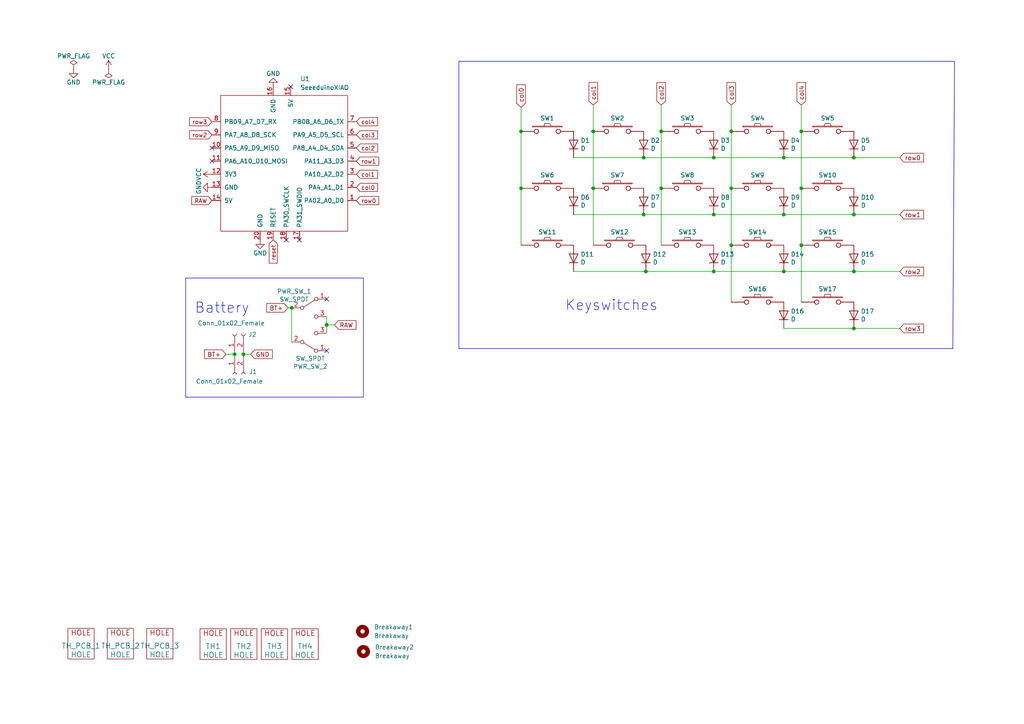
<source format=kicad_sch>
(kicad_sch (version 20230121) (generator eeschema)

  (uuid a7520ad3-0f8b-4788-92d4-8ffb277041e6)

  (paper "A4")

  (title_block
    (title "Kretsträd")
    (company "by JW")
  )

  (lib_symbols
    (symbol "Connector:Conn_01x02_Female" (pin_names (offset 1.016) hide) (in_bom yes) (on_board yes)
      (property "Reference" "J" (at 0 2.54 0)
        (effects (font (size 1.27 1.27)))
      )
      (property "Value" "Conn_01x02_Female" (at 0 -5.08 0)
        (effects (font (size 1.27 1.27)))
      )
      (property "Footprint" "" (at 0 0 0)
        (effects (font (size 1.27 1.27)) hide)
      )
      (property "Datasheet" "~" (at 0 0 0)
        (effects (font (size 1.27 1.27)) hide)
      )
      (property "ki_keywords" "connector" (at 0 0 0)
        (effects (font (size 1.27 1.27)) hide)
      )
      (property "ki_description" "Generic connector, single row, 01x02, script generated (kicad-library-utils/schlib/autogen/connector/)" (at 0 0 0)
        (effects (font (size 1.27 1.27)) hide)
      )
      (property "ki_fp_filters" "Connector*:*_1x??_*" (at 0 0 0)
        (effects (font (size 1.27 1.27)) hide)
      )
      (symbol "Conn_01x02_Female_1_1"
        (arc (start 0 -2.032) (mid -0.5058 -2.54) (end 0 -3.048)
          (stroke (width 0.1524) (type default))
          (fill (type none))
        )
        (polyline
          (pts
            (xy -1.27 -2.54)
            (xy -0.508 -2.54)
          )
          (stroke (width 0.1524) (type default))
          (fill (type none))
        )
        (polyline
          (pts
            (xy -1.27 0)
            (xy -0.508 0)
          )
          (stroke (width 0.1524) (type default))
          (fill (type none))
        )
        (arc (start 0 0.508) (mid -0.5058 0) (end 0 -0.508)
          (stroke (width 0.1524) (type default))
          (fill (type none))
        )
        (pin passive line (at -5.08 0 0) (length 3.81)
          (name "Pin_1" (effects (font (size 1.27 1.27))))
          (number "1" (effects (font (size 1.27 1.27))))
        )
        (pin passive line (at -5.08 -2.54 0) (length 3.81)
          (name "Pin_2" (effects (font (size 1.27 1.27))))
          (number "2" (effects (font (size 1.27 1.27))))
        )
      )
    )
    (symbol "Mechanical:MountingHole" (pin_names (offset 1.016)) (in_bom yes) (on_board yes)
      (property "Reference" "H" (at 0 5.08 0)
        (effects (font (size 1.27 1.27)))
      )
      (property "Value" "MountingHole" (at 0 3.175 0)
        (effects (font (size 1.27 1.27)))
      )
      (property "Footprint" "" (at 0 0 0)
        (effects (font (size 1.27 1.27)) hide)
      )
      (property "Datasheet" "~" (at 0 0 0)
        (effects (font (size 1.27 1.27)) hide)
      )
      (property "ki_keywords" "mounting hole" (at 0 0 0)
        (effects (font (size 1.27 1.27)) hide)
      )
      (property "ki_description" "Mounting Hole without connection" (at 0 0 0)
        (effects (font (size 1.27 1.27)) hide)
      )
      (property "ki_fp_filters" "MountingHole*" (at 0 0 0)
        (effects (font (size 1.27 1.27)) hide)
      )
      (symbol "MountingHole_0_1"
        (circle (center 0 0) (radius 1.27)
          (stroke (width 1.27) (type default))
          (fill (type none))
        )
      )
    )
    (symbol "Seeeduino XIAO:SeeeduinoXIAO" (pin_names (offset 1.016)) (in_bom yes) (on_board yes)
      (property "Reference" "U" (at -19.05 22.86 0)
        (effects (font (size 1.27 1.27)))
      )
      (property "Value" "SeeeduinoXIAO" (at -12.7 21.59 0)
        (effects (font (size 1.27 1.27)))
      )
      (property "Footprint" "" (at -8.89 5.08 0)
        (effects (font (size 1.27 1.27)) hide)
      )
      (property "Datasheet" "" (at -8.89 5.08 0)
        (effects (font (size 1.27 1.27)) hide)
      )
      (symbol "SeeeduinoXIAO_0_1"
        (rectangle (start -19.05 20.32) (end 17.78 -19.05)
          (stroke (width 0) (type default))
          (fill (type none))
        )
      )
      (symbol "SeeeduinoXIAO_1_1"
        (pin unspecified line (at -21.59 11.43 0) (length 2.54)
          (name "PA02_A0_D0" (effects (font (size 1.27 1.27))))
          (number "1" (effects (font (size 1.27 1.27))))
        )
        (pin unspecified line (at 20.32 -3.81 180) (length 2.54)
          (name "PA5_A9_D9_MISO" (effects (font (size 1.27 1.27))))
          (number "10" (effects (font (size 1.27 1.27))))
        )
        (pin unspecified line (at 20.32 0 180) (length 2.54)
          (name "PA6_A10_D10_MOSI" (effects (font (size 1.27 1.27))))
          (number "11" (effects (font (size 1.27 1.27))))
        )
        (pin unspecified line (at 20.32 3.81 180) (length 2.54)
          (name "3V3" (effects (font (size 1.27 1.27))))
          (number "12" (effects (font (size 1.27 1.27))))
        )
        (pin unspecified line (at 20.32 7.62 180) (length 2.54)
          (name "GND" (effects (font (size 1.27 1.27))))
          (number "13" (effects (font (size 1.27 1.27))))
        )
        (pin unspecified line (at 20.32 11.43 180) (length 2.54)
          (name "5V" (effects (font (size 1.27 1.27))))
          (number "14" (effects (font (size 1.27 1.27))))
        )
        (pin input line (at -2.54 -21.59 90) (length 2.54)
          (name "5V" (effects (font (size 1.27 1.27))))
          (number "15" (effects (font (size 1.27 1.27))))
        )
        (pin input line (at 2.54 -21.59 90) (length 2.54)
          (name "GND" (effects (font (size 1.27 1.27))))
          (number "16" (effects (font (size 1.27 1.27))))
        )
        (pin input line (at -5.08 22.86 270) (length 2.54)
          (name "PA31_SWDIO" (effects (font (size 1.27 1.27))))
          (number "17" (effects (font (size 1.27 1.27))))
        )
        (pin input line (at -1.27 22.86 270) (length 2.54)
          (name "PA30_SWCLK" (effects (font (size 1.27 1.27))))
          (number "18" (effects (font (size 1.27 1.27))))
        )
        (pin input line (at 2.54 22.86 270) (length 2.54)
          (name "RESET" (effects (font (size 1.27 1.27))))
          (number "19" (effects (font (size 1.27 1.27))))
        )
        (pin unspecified line (at -21.59 7.62 0) (length 2.54)
          (name "PA4_A1_D1" (effects (font (size 1.27 1.27))))
          (number "2" (effects (font (size 1.27 1.27))))
        )
        (pin input line (at 6.35 22.86 270) (length 2.54)
          (name "GND" (effects (font (size 1.27 1.27))))
          (number "20" (effects (font (size 1.27 1.27))))
        )
        (pin unspecified line (at -21.59 3.81 0) (length 2.54)
          (name "PA10_A2_D2" (effects (font (size 1.27 1.27))))
          (number "3" (effects (font (size 1.27 1.27))))
        )
        (pin unspecified line (at -21.59 0 0) (length 2.54)
          (name "PA11_A3_D3" (effects (font (size 1.27 1.27))))
          (number "4" (effects (font (size 1.27 1.27))))
        )
        (pin unspecified line (at -21.59 -3.81 0) (length 2.54)
          (name "PA8_A4_D4_SDA" (effects (font (size 1.27 1.27))))
          (number "5" (effects (font (size 1.27 1.27))))
        )
        (pin unspecified line (at -21.59 -7.62 0) (length 2.54)
          (name "PA9_A5_D5_SCL" (effects (font (size 1.27 1.27))))
          (number "6" (effects (font (size 1.27 1.27))))
        )
        (pin unspecified line (at -21.59 -11.43 0) (length 2.54)
          (name "PB08_A6_D6_TX" (effects (font (size 1.27 1.27))))
          (number "7" (effects (font (size 1.27 1.27))))
        )
        (pin unspecified line (at 20.32 -11.43 180) (length 2.54)
          (name "PB09_A7_D7_RX" (effects (font (size 1.27 1.27))))
          (number "8" (effects (font (size 1.27 1.27))))
        )
        (pin unspecified line (at 20.32 -7.62 180) (length 2.54)
          (name "PA7_A8_D8_SCK" (effects (font (size 1.27 1.27))))
          (number "9" (effects (font (size 1.27 1.27))))
        )
      )
    )
    (symbol "SofleKeyboard-rescue:D-Lily58-cache-Lily58_Pro-rescue" (pin_numbers hide) (pin_names (offset 1.016) hide) (in_bom yes) (on_board yes)
      (property "Reference" "D" (at 0 2.54 0)
        (effects (font (size 1.27 1.27)))
      )
      (property "Value" "D-Lily58-cache-Lily58_Pro-rescue" (at 0 -2.54 0)
        (effects (font (size 1.27 1.27)))
      )
      (property "Footprint" "" (at 0 0 0)
        (effects (font (size 1.27 1.27)) hide)
      )
      (property "Datasheet" "" (at 0 0 0)
        (effects (font (size 1.27 1.27)) hide)
      )
      (property "ki_fp_filters" "TO-???* *_Diode_* *SingleDiode* D_*" (at 0 0 0)
        (effects (font (size 1.27 1.27)) hide)
      )
      (symbol "D-Lily58-cache-Lily58_Pro-rescue_0_1"
        (polyline
          (pts
            (xy -1.27 1.27)
            (xy -1.27 -1.27)
          )
          (stroke (width 0.2032) (type default))
          (fill (type none))
        )
        (polyline
          (pts
            (xy 1.27 0)
            (xy -1.27 0)
          )
          (stroke (width 0) (type default))
          (fill (type none))
        )
        (polyline
          (pts
            (xy 1.27 1.27)
            (xy 1.27 -1.27)
            (xy -1.27 0)
            (xy 1.27 1.27)
          )
          (stroke (width 0.2032) (type default))
          (fill (type none))
        )
      )
      (symbol "D-Lily58-cache-Lily58_Pro-rescue_1_1"
        (pin passive line (at -3.81 0 0) (length 2.54)
          (name "K" (effects (font (size 1.27 1.27))))
          (number "1" (effects (font (size 1.27 1.27))))
        )
        (pin passive line (at 3.81 0 180) (length 2.54)
          (name "A" (effects (font (size 1.27 1.27))))
          (number "2" (effects (font (size 1.27 1.27))))
        )
      )
    )
    (symbol "SofleKeyboard-rescue:HOLE-Lily58-cache-Lily58_Pro-rescue" (pin_names (offset 1.016)) (in_bom yes) (on_board yes)
      (property "Reference" "U" (at 0 0 0)
        (effects (font (size 1.524 1.524)))
      )
      (property "Value" "HOLE-Lily58-cache-Lily58_Pro-rescue" (at 0 -5.08 0)
        (effects (font (size 1.524 1.524)))
      )
      (property "Footprint" "" (at 0 0 0)
        (effects (font (size 1.524 1.524)))
      )
      (property "Datasheet" "" (at 0 0 0)
        (effects (font (size 1.524 1.524)))
      )
      (symbol "HOLE-Lily58-cache-Lily58_Pro-rescue_0_0"
        (text "HOLE" (at 0 3.81 0)
          (effects (font (size 1.524 1.524)))
        )
      )
      (symbol "HOLE-Lily58-cache-Lily58_Pro-rescue_0_1"
        (rectangle (start 3.81 5.08) (end -3.81 -3.81)
          (stroke (width 0) (type default))
          (fill (type none))
        )
      )
    )
    (symbol "SofleKeyboard-rescue:SW_PUSH-Lily58-cache-Lily58_Pro-rescue" (pin_numbers hide) (pin_names (offset 1.016) hide) (in_bom yes) (on_board yes)
      (property "Reference" "SW" (at 3.81 2.794 0)
        (effects (font (size 1.27 1.27)))
      )
      (property "Value" "SW_PUSH-Lily58-cache-Lily58_Pro-rescue" (at 0 -2.032 0)
        (effects (font (size 1.27 1.27)))
      )
      (property "Footprint" "" (at 0 0 0)
        (effects (font (size 1.27 1.27)))
      )
      (property "Datasheet" "" (at 0 0 0)
        (effects (font (size 1.27 1.27)))
      )
      (symbol "SW_PUSH-Lily58-cache-Lily58_Pro-rescue_0_1"
        (rectangle (start -4.318 1.27) (end 4.318 1.524)
          (stroke (width 0) (type default))
          (fill (type none))
        )
        (polyline
          (pts
            (xy -1.016 1.524)
            (xy -0.762 2.286)
            (xy 0.762 2.286)
            (xy 1.016 1.524)
          )
          (stroke (width 0) (type default))
          (fill (type none))
        )
        (pin passive inverted (at -7.62 0 0) (length 5.08)
          (name "1" (effects (font (size 1.27 1.27))))
          (number "1" (effects (font (size 1.27 1.27))))
        )
        (pin passive inverted (at 7.62 0 180) (length 5.08)
          (name "2" (effects (font (size 1.27 1.27))))
          (number "2" (effects (font (size 1.27 1.27))))
        )
      )
    )
    (symbol "Switch:SW_SPDT" (pin_names (offset 0) hide) (in_bom yes) (on_board yes)
      (property "Reference" "SW" (at 0 4.318 0)
        (effects (font (size 1.27 1.27)))
      )
      (property "Value" "SW_SPDT" (at 0 -5.08 0)
        (effects (font (size 1.27 1.27)))
      )
      (property "Footprint" "" (at 0 0 0)
        (effects (font (size 1.27 1.27)) hide)
      )
      (property "Datasheet" "~" (at 0 0 0)
        (effects (font (size 1.27 1.27)) hide)
      )
      (property "ki_keywords" "switch single-pole double-throw spdt ON-ON" (at 0 0 0)
        (effects (font (size 1.27 1.27)) hide)
      )
      (property "ki_description" "Switch, single pole double throw" (at 0 0 0)
        (effects (font (size 1.27 1.27)) hide)
      )
      (symbol "SW_SPDT_0_0"
        (circle (center -2.032 0) (radius 0.508)
          (stroke (width 0) (type default))
          (fill (type none))
        )
        (circle (center 2.032 -2.54) (radius 0.508)
          (stroke (width 0) (type default))
          (fill (type none))
        )
      )
      (symbol "SW_SPDT_0_1"
        (polyline
          (pts
            (xy -1.524 0.254)
            (xy 1.651 2.286)
          )
          (stroke (width 0) (type default))
          (fill (type none))
        )
        (circle (center 2.032 2.54) (radius 0.508)
          (stroke (width 0) (type default))
          (fill (type none))
        )
      )
      (symbol "SW_SPDT_1_1"
        (pin passive line (at 5.08 2.54 180) (length 2.54)
          (name "A" (effects (font (size 1.27 1.27))))
          (number "1" (effects (font (size 1.27 1.27))))
        )
        (pin passive line (at -5.08 0 0) (length 2.54)
          (name "B" (effects (font (size 1.27 1.27))))
          (number "2" (effects (font (size 1.27 1.27))))
        )
        (pin passive line (at 5.08 -2.54 180) (length 2.54)
          (name "C" (effects (font (size 1.27 1.27))))
          (number "3" (effects (font (size 1.27 1.27))))
        )
      )
    )
    (symbol "power:GND" (power) (pin_names (offset 0)) (in_bom yes) (on_board yes)
      (property "Reference" "#PWR" (at 0 -6.35 0)
        (effects (font (size 1.27 1.27)) hide)
      )
      (property "Value" "GND" (at 0 -3.81 0)
        (effects (font (size 1.27 1.27)))
      )
      (property "Footprint" "" (at 0 0 0)
        (effects (font (size 1.27 1.27)) hide)
      )
      (property "Datasheet" "" (at 0 0 0)
        (effects (font (size 1.27 1.27)) hide)
      )
      (property "ki_keywords" "power-flag" (at 0 0 0)
        (effects (font (size 1.27 1.27)) hide)
      )
      (property "ki_description" "Power symbol creates a global label with name \"GND\" , ground" (at 0 0 0)
        (effects (font (size 1.27 1.27)) hide)
      )
      (symbol "GND_0_1"
        (polyline
          (pts
            (xy 0 0)
            (xy 0 -1.27)
            (xy 1.27 -1.27)
            (xy 0 -2.54)
            (xy -1.27 -1.27)
            (xy 0 -1.27)
          )
          (stroke (width 0) (type default))
          (fill (type none))
        )
      )
      (symbol "GND_1_1"
        (pin power_in line (at 0 0 270) (length 0) hide
          (name "GND" (effects (font (size 1.27 1.27))))
          (number "1" (effects (font (size 1.27 1.27))))
        )
      )
    )
    (symbol "power:PWR_FLAG" (power) (pin_numbers hide) (pin_names (offset 0) hide) (in_bom yes) (on_board yes)
      (property "Reference" "#FLG" (at 0 1.905 0)
        (effects (font (size 1.27 1.27)) hide)
      )
      (property "Value" "PWR_FLAG" (at 0 3.81 0)
        (effects (font (size 1.27 1.27)))
      )
      (property "Footprint" "" (at 0 0 0)
        (effects (font (size 1.27 1.27)) hide)
      )
      (property "Datasheet" "~" (at 0 0 0)
        (effects (font (size 1.27 1.27)) hide)
      )
      (property "ki_keywords" "power-flag" (at 0 0 0)
        (effects (font (size 1.27 1.27)) hide)
      )
      (property "ki_description" "Special symbol for telling ERC where power comes from" (at 0 0 0)
        (effects (font (size 1.27 1.27)) hide)
      )
      (symbol "PWR_FLAG_0_0"
        (pin power_out line (at 0 0 90) (length 0)
          (name "pwr" (effects (font (size 1.27 1.27))))
          (number "1" (effects (font (size 1.27 1.27))))
        )
      )
      (symbol "PWR_FLAG_0_1"
        (polyline
          (pts
            (xy 0 0)
            (xy 0 1.27)
            (xy -1.016 1.905)
            (xy 0 2.54)
            (xy 1.016 1.905)
            (xy 0 1.27)
          )
          (stroke (width 0) (type default))
          (fill (type none))
        )
      )
    )
    (symbol "power:VCC" (power) (pin_names (offset 0)) (in_bom yes) (on_board yes)
      (property "Reference" "#PWR" (at 0 -3.81 0)
        (effects (font (size 1.27 1.27)) hide)
      )
      (property "Value" "VCC" (at 0 3.81 0)
        (effects (font (size 1.27 1.27)))
      )
      (property "Footprint" "" (at 0 0 0)
        (effects (font (size 1.27 1.27)) hide)
      )
      (property "Datasheet" "" (at 0 0 0)
        (effects (font (size 1.27 1.27)) hide)
      )
      (property "ki_keywords" "power-flag" (at 0 0 0)
        (effects (font (size 1.27 1.27)) hide)
      )
      (property "ki_description" "Power symbol creates a global label with name \"VCC\"" (at 0 0 0)
        (effects (font (size 1.27 1.27)) hide)
      )
      (symbol "VCC_0_1"
        (polyline
          (pts
            (xy -0.762 1.27)
            (xy 0 2.54)
          )
          (stroke (width 0) (type default))
          (fill (type none))
        )
        (polyline
          (pts
            (xy 0 0)
            (xy 0 2.54)
          )
          (stroke (width 0) (type default))
          (fill (type none))
        )
        (polyline
          (pts
            (xy 0 2.54)
            (xy 0.762 1.27)
          )
          (stroke (width 0) (type default))
          (fill (type none))
        )
      )
      (symbol "VCC_1_1"
        (pin power_in line (at 0 0 90) (length 0) hide
          (name "VCC" (effects (font (size 1.27 1.27))))
          (number "1" (effects (font (size 1.27 1.27))))
        )
      )
    )
  )

  (junction (at 227.33 45.72) (diameter 0) (color 0 0 0 0)
    (uuid 07cd1ddf-c44b-472d-9aa7-f9d91057cae2)
  )
  (junction (at 247.65 45.72) (diameter 0) (color 0 0 0 0)
    (uuid 0b61cefd-5cea-489c-93c7-21e6531b9901)
  )
  (junction (at 247.65 78.74) (diameter 0) (color 0 0 0 0)
    (uuid 0ec2eb27-ad1d-46dd-a416-3b90b23328ec)
  )
  (junction (at 94.742 94.234) (diameter 0) (color 0 0 0 0)
    (uuid 0fd093ce-f12d-4eea-a553-8ee0511c860a)
  )
  (junction (at 84.582 89.281) (diameter 0) (color 0 0 0 0)
    (uuid 12754daa-b17c-49b5-962b-a19b316df3de)
  )
  (junction (at 151.13 38.1) (diameter 0) (color 0 0 0 0)
    (uuid 1778c607-240a-4455-b058-eedc8e7efa94)
  )
  (junction (at 191.77 54.61) (diameter 0) (color 0 0 0 0)
    (uuid 1fa05652-91bd-4995-b8ab-33fdd78e9588)
  )
  (junction (at 227.33 78.74) (diameter 0) (color 0 0 0 0)
    (uuid 23a59e81-2b2a-42b0-be5b-90aade68a2b4)
  )
  (junction (at 247.65 95.25) (diameter 0) (color 0 0 0 0)
    (uuid 23f13b15-0294-4573-9bdc-002e4c958bb3)
  )
  (junction (at 207.01 78.74) (diameter 0) (color 0 0 0 0)
    (uuid 2478333e-4d88-48b5-831d-238e351e069d)
  )
  (junction (at 212.09 38.1) (diameter 0) (color 0 0 0 0)
    (uuid 2b2ac007-2bdf-4e14-8b9f-d67a39fd778c)
  )
  (junction (at 247.65 62.23) (diameter 0) (color 0 0 0 0)
    (uuid 31cee07d-c9d8-432a-ba57-26b7a55c297a)
  )
  (junction (at 232.41 54.61) (diameter 0) (color 0 0 0 0)
    (uuid 3ad9187c-1126-4909-8a1c-30614f8e0138)
  )
  (junction (at 212.09 71.12) (diameter 0) (color 0 0 0 0)
    (uuid 42bbca17-4d6f-4613-b8e3-ccac4053e4da)
  )
  (junction (at 151.13 54.61) (diameter 0) (color 0 0 0 0)
    (uuid 438d870a-56f6-4d87-987a-cd4d7d8c22d9)
  )
  (junction (at 186.69 62.23) (diameter 0) (color 0 0 0 0)
    (uuid 5e67186e-6979-4969-b524-bb60da70a49f)
  )
  (junction (at 172.085 38.1) (diameter 0) (color 0 0 0 0)
    (uuid 65fd8d30-8de6-49b8-a020-7642ec8e160e)
  )
  (junction (at 187.325 78.74) (diameter 0) (color 0 0 0 0)
    (uuid 6a089202-caf2-4805-8a85-581cf815cb24)
  )
  (junction (at 232.41 38.1) (diameter 0) (color 0 0 0 0)
    (uuid 90e1d7dd-f0fc-4e90-b3ba-9256b0d2f89c)
  )
  (junction (at 212.09 54.61) (diameter 0) (color 0 0 0 0)
    (uuid 916ffb5e-a8a1-400d-beb9-455a4b714339)
  )
  (junction (at 172.085 54.61) (diameter 0) (color 0 0 0 0)
    (uuid a9ca5ac4-dcad-4dca-8e13-add2d7d7ba80)
  )
  (junction (at 191.77 38.1) (diameter 0) (color 0 0 0 0)
    (uuid af7fe1fe-a0f7-44ab-85d0-0a9ad053f2b7)
  )
  (junction (at 207.01 45.72) (diameter 0) (color 0 0 0 0)
    (uuid b57f3db1-6069-4344-8c63-370bd0430359)
  )
  (junction (at 232.41 71.12) (diameter 0) (color 0 0 0 0)
    (uuid d68c2050-bfcf-4a8d-bdcf-3a91fdc88450)
  )
  (junction (at 70.612 102.743) (diameter 0) (color 0 0 0 0)
    (uuid e3e4c20c-03bb-4ca8-bf71-480efba6dc9b)
  )
  (junction (at 227.33 62.23) (diameter 0) (color 0 0 0 0)
    (uuid efd0ed07-bdc0-4c18-973a-a40fcc61b12c)
  )
  (junction (at 207.01 62.23) (diameter 0) (color 0 0 0 0)
    (uuid f17b4b3a-29e9-4d2f-971b-4e36e12c2a45)
  )
  (junction (at 186.69 45.72) (diameter 0) (color 0 0 0 0)
    (uuid fac8434e-6834-4020-9f83-bed340322162)
  )
  (junction (at 68.072 102.743) (diameter 0) (color 0 0 0 0)
    (uuid fb6dd4bb-9274-4a0d-b24f-0109681ea421)
  )

  (no_connect (at 86.868 69.596) (uuid 0bb6bbdc-d121-4d54-97ca-2824ad4ced3e))
  (no_connect (at 94.742 101.727) (uuid 2e07edd4-3513-42be-914c-012ab28f0b65))
  (no_connect (at 61.468 42.926) (uuid 3780e521-3ef7-41a1-a53d-46a36d31aeaa))
  (no_connect (at 84.328 25.146) (uuid 3f6df380-1634-419e-9c32-5c8457fd9094))
  (no_connect (at 61.468 46.736) (uuid 531b542a-3c25-4f4c-a348-1f92d19186c0))
  (no_connect (at 83.058 69.596) (uuid 6a364dda-36a4-4ca7-a420-9df2bd1365b8))
  (no_connect (at 94.742 86.741) (uuid f85de266-a11a-48b8-b930-cb461fe8f283))

  (wire (pts (xy 191.77 38.1) (xy 191.77 54.61))
    (stroke (width 0) (type default))
    (uuid 0c21d980-42ee-4403-bb0d-f7d2e5543352)
  )
  (polyline (pts (xy 276.352 101.092) (xy 133.096 101.092))
    (stroke (width 0) (type default))
    (uuid 15849f8e-41a8-4685-b0a6-f517207cadd3)
  )

  (wire (pts (xy 84.582 89.281) (xy 84.582 99.187))
    (stroke (width 0) (type default))
    (uuid 1ac92257-5492-4d2a-98ff-a49461542965)
  )
  (wire (pts (xy 151.13 38.1) (xy 151.13 54.61))
    (stroke (width 0) (type default))
    (uuid 2158ab0a-4190-4134-970c-e72eafaca568)
  )
  (wire (pts (xy 187.325 78.74) (xy 207.01 78.74))
    (stroke (width 0) (type default))
    (uuid 21eaf1f6-3f00-4d3e-a897-2b4bca4c293e)
  )
  (wire (pts (xy 166.37 62.23) (xy 186.69 62.23))
    (stroke (width 0) (type default))
    (uuid 32938f52-79eb-4a29-bd2c-587cfcefb395)
  )
  (wire (pts (xy 247.65 45.72) (xy 260.985 45.72))
    (stroke (width 0) (type default))
    (uuid 3338504d-e3e0-47d3-ba57-f4d497f66d78)
  )
  (wire (pts (xy 70.612 103.505) (xy 70.612 102.743))
    (stroke (width 0) (type default))
    (uuid 354e7143-694e-42a2-ab44-1d85d6b69072)
  )
  (wire (pts (xy 68.072 103.505) (xy 68.072 102.743))
    (stroke (width 0) (type default))
    (uuid 363af6fb-b998-45da-8748-df68d6b67831)
  )
  (wire (pts (xy 212.09 38.1) (xy 212.09 54.61))
    (stroke (width 0) (type default))
    (uuid 3e39ccd0-1c48-4eab-b181-e3ea98e38007)
  )
  (wire (pts (xy 83.566 89.281) (xy 84.582 89.281))
    (stroke (width 0) (type default))
    (uuid 401fd579-5266-46c9-93b3-f91df02f7dd1)
  )
  (polyline (pts (xy 276.86 17.78) (xy 276.352 101.092))
    (stroke (width 0) (type default))
    (uuid 4e2405fb-dfbe-4262-b1da-99dc86ad8d98)
  )

  (wire (pts (xy 232.41 71.12) (xy 232.41 87.63))
    (stroke (width 0) (type default))
    (uuid 4e538e0a-9bb4-445b-bfff-0bc262be40b7)
  )
  (wire (pts (xy 172.085 54.61) (xy 171.45 54.61))
    (stroke (width 0) (type default))
    (uuid 5cb2ff9d-13ea-463f-a9d2-d838103c0322)
  )
  (wire (pts (xy 212.09 54.61) (xy 212.09 71.12))
    (stroke (width 0) (type default))
    (uuid 667df995-3983-4c0d-8ac2-8c7c9b6044d9)
  )
  (wire (pts (xy 151.13 31.115) (xy 151.13 38.1))
    (stroke (width 0) (type default))
    (uuid 699e6b83-24a1-498e-aea3-e1d49cd78434)
  )
  (wire (pts (xy 186.69 45.72) (xy 207.01 45.72))
    (stroke (width 0) (type default))
    (uuid 6ae5d650-6331-4b12-9d02-a3c3ff0ff1ff)
  )
  (wire (pts (xy 65.532 102.743) (xy 68.072 102.743))
    (stroke (width 0) (type default))
    (uuid 6e786959-556c-4623-91f6-27a3ec3c1425)
  )
  (wire (pts (xy 232.41 38.1) (xy 232.41 54.61))
    (stroke (width 0) (type default))
    (uuid 753ae6f3-de48-4a64-b51a-67fde7ca1bd5)
  )
  (wire (pts (xy 247.65 62.23) (xy 260.985 62.23))
    (stroke (width 0) (type default))
    (uuid 78ea1ad5-e67d-44da-a04d-6a0ef41d23de)
  )
  (wire (pts (xy 227.33 78.74) (xy 247.65 78.74))
    (stroke (width 0) (type default))
    (uuid 7f2d47c4-678a-4dc0-b71f-63d4682181bd)
  )
  (wire (pts (xy 172.085 38.1) (xy 172.085 54.61))
    (stroke (width 0) (type default))
    (uuid 83469868-3c4d-40ca-b6fe-e25fbae6ca21)
  )
  (wire (pts (xy 186.69 62.23) (xy 207.01 62.23))
    (stroke (width 0) (type default))
    (uuid 870b2ede-7bb0-482d-aae1-d03595990aa2)
  )
  (wire (pts (xy 172.085 30.48) (xy 172.085 38.1))
    (stroke (width 0) (type default))
    (uuid 90e2cc42-447b-49d8-b388-e5c2bc0ea768)
  )
  (wire (pts (xy 227.33 62.23) (xy 247.65 62.23))
    (stroke (width 0) (type default))
    (uuid 9caf01aa-cb54-44f0-9713-9a669ca06f5c)
  )
  (wire (pts (xy 207.01 62.23) (xy 227.33 62.23))
    (stroke (width 0) (type default))
    (uuid 9cc08547-0478-4733-be25-b54c9abddb10)
  )
  (wire (pts (xy 70.612 102.743) (xy 72.6948 102.743))
    (stroke (width 0) (type default))
    (uuid 9f0f223f-4553-44c2-8889-675b819d5e9b)
  )
  (wire (pts (xy 232.41 30.48) (xy 232.41 38.1))
    (stroke (width 0) (type default))
    (uuid a3c329b5-f856-4a94-a392-ac69eb1460e3)
  )
  (wire (pts (xy 212.09 30.48) (xy 212.09 38.1))
    (stroke (width 0) (type default))
    (uuid a98558e4-3f50-4dea-ba38-960b32c2047d)
  )
  (wire (pts (xy 247.65 95.25) (xy 260.985 95.25))
    (stroke (width 0) (type default))
    (uuid aac155a5-b71a-4e5a-9e54-ffed0359ece7)
  )
  (wire (pts (xy 191.77 30.48) (xy 191.77 38.1))
    (stroke (width 0) (type default))
    (uuid acc16a20-d851-46f1-8c92-53fac4c20b8d)
  )
  (wire (pts (xy 166.37 45.72) (xy 186.69 45.72))
    (stroke (width 0) (type default))
    (uuid acd8d28d-112f-42ab-9546-86dcaa9a3ed3)
  )
  (wire (pts (xy 232.41 54.61) (xy 232.41 71.12))
    (stroke (width 0) (type default))
    (uuid b7b41fb9-df8e-427c-8773-169e7e3d10fb)
  )
  (wire (pts (xy 191.77 54.61) (xy 191.77 71.12))
    (stroke (width 0) (type default))
    (uuid bb3ada41-c26f-4236-b74e-16450f55c575)
  )
  (polyline (pts (xy 133.096 17.78) (xy 133.096 101.092))
    (stroke (width 0) (type default))
    (uuid c1f5873b-883f-4430-8d7a-92e2a6252124)
  )
  (polyline (pts (xy 133.096 17.78) (xy 276.86 17.78))
    (stroke (width 0) (type default))
    (uuid c312463b-cb72-4925-be38-d3f9f4288b42)
  )

  (wire (pts (xy 94.742 94.234) (xy 94.742 96.647))
    (stroke (width 0) (type default))
    (uuid c4e9633b-e81a-4ada-a7a5-255371790063)
  )
  (wire (pts (xy 212.09 71.12) (xy 212.09 87.63))
    (stroke (width 0) (type default))
    (uuid c4fa280b-0941-4d5c-a877-df7896c74ea6)
  )
  (wire (pts (xy 207.01 78.74) (xy 227.33 78.74))
    (stroke (width 0) (type default))
    (uuid c6802c33-3797-4d81-8ba4-5b458c93a3ef)
  )
  (wire (pts (xy 70.612 102.743) (xy 70.612 101.981))
    (stroke (width 0) (type default))
    (uuid cedebd82-d778-448e-80b5-c33be313c9df)
  )
  (wire (pts (xy 166.37 78.74) (xy 187.325 78.74))
    (stroke (width 0) (type default))
    (uuid d3dfc694-2b3f-459e-856a-569fee4c73d7)
  )
  (wire (pts (xy 94.742 91.821) (xy 94.742 94.234))
    (stroke (width 0) (type default))
    (uuid d3e24fd9-59ed-4ad9-8915-01ffb7ce5685)
  )
  (wire (pts (xy 172.085 38.1) (xy 171.45 38.1))
    (stroke (width 0) (type default))
    (uuid e0b9eb3f-4b96-4acb-b46d-dad519052d29)
  )
  (wire (pts (xy 207.01 45.72) (xy 227.33 45.72))
    (stroke (width 0) (type default))
    (uuid e2c606bc-ba85-4473-a493-5a3726f77479)
  )
  (wire (pts (xy 172.085 54.61) (xy 172.085 71.12))
    (stroke (width 0) (type default))
    (uuid e667abff-dd40-4c9d-923f-6ad75db3783f)
  )
  (wire (pts (xy 151.13 54.61) (xy 151.13 71.12))
    (stroke (width 0) (type default))
    (uuid e8081101-1601-4cfb-8167-6aa2e24ccde2)
  )
  (wire (pts (xy 227.33 45.72) (xy 247.65 45.72))
    (stroke (width 0) (type default))
    (uuid ea230f04-9d41-4fe7-b903-d4576595e919)
  )
  (wire (pts (xy 68.072 102.743) (xy 68.072 101.981))
    (stroke (width 0) (type default))
    (uuid ec064830-54ce-46db-badb-e787c8d3c26a)
  )
  (wire (pts (xy 227.33 95.25) (xy 247.65 95.25))
    (stroke (width 0) (type default))
    (uuid f9594015-d853-47be-a3b5-c2b54890c308)
  )
  (wire (pts (xy 247.65 78.74) (xy 260.985 78.74))
    (stroke (width 0) (type default))
    (uuid fc6fa40d-383a-4da0-8b41-278b3bd3a9ea)
  )
  (wire (pts (xy 94.742 94.234) (xy 97.028 94.234))
    (stroke (width 0) (type default))
    (uuid fd835807-706a-4852-a524-3f08ec454e8c)
  )

  (rectangle (start 53.848 80.645) (end 105.41 115.189)
    (stroke (width 0) (type default))
    (fill (type none))
    (uuid cb1e08bc-98f3-41cc-bb25-b213d469392c)
  )

  (text "Keyswitches" (at 163.83 90.424 0)
    (effects (font (size 2.9972 2.9972)) (justify left bottom))
    (uuid 84232229-ec40-4a4a-9f51-dbeba0b55a99)
  )
  (text "Battery" (at 56.388 91.186 0)
    (effects (font (size 2.9972 2.9972)) (justify left bottom))
    (uuid c7b25497-a0fc-4602-a4d7-7b4be219e3cd)
  )

  (global_label "row3" (shape input) (at 260.985 95.25 0) (fields_autoplaced)
    (effects (font (size 1.27 1.27)) (justify left))
    (uuid 018ad217-058c-4a2e-884f-04db6205241d)
    (property "Intersheetrefs" "${INTERSHEET_REFS}" (at 394.335 209.55 0)
      (effects (font (size 1.27 1.27)) hide)
    )
  )
  (global_label "GND" (shape input) (at 72.6948 102.743 0) (fields_autoplaced)
    (effects (font (size 1.27 1.27)) (justify left))
    (uuid 0799d54e-8daf-47ba-9270-764393ad0fa7)
    (property "Intersheetrefs" "${INTERSHEET_REFS}" (at 78.8169 102.743 0)
      (effects (font (size 1.27 1.27)) (justify left) hide)
    )
  )
  (global_label "row1" (shape input) (at 260.985 62.23 0) (fields_autoplaced)
    (effects (font (size 1.27 1.27)) (justify left))
    (uuid 0a9e384a-35e9-4bfa-9abc-c2050c1e2005)
    (property "Intersheetrefs" "${INTERSHEET_REFS}" (at 394.335 143.51 0)
      (effects (font (size 1.27 1.27)) hide)
    )
  )
  (global_label "col3" (shape input) (at 103.378 39.116 0) (fields_autoplaced)
    (effects (font (size 1.1938 1.1938)) (justify left))
    (uuid 15fe8f3d-6077-4e0e-81d0-8ec3f4538981)
    (property "Intersheetrefs" "${INTERSHEET_REFS}" (at 39.878 -9.144 0)
      (effects (font (size 1.27 1.27)) hide)
    )
  )
  (global_label "BT+" (shape input) (at 65.532 102.743 180) (fields_autoplaced)
    (effects (font (size 1.27 1.27)) (justify right))
    (uuid 1b012919-2af8-4ee6-8ca7-d0ea300ee41e)
    (property "Intersheetrefs" "${INTERSHEET_REFS}" (at 59.4704 102.743 0)
      (effects (font (size 1.27 1.27)) (justify right) hide)
    )
  )
  (global_label "col0" (shape input) (at 103.378 54.356 0) (fields_autoplaced)
    (effects (font (size 1.1938 1.1938)) (justify left))
    (uuid 34d03349-6d78-4165-a683-2d8b76f2bae8)
    (property "Intersheetrefs" "${INTERSHEET_REFS}" (at 39.878 13.716 0)
      (effects (font (size 1.27 1.27)) hide)
    )
  )
  (global_label "col1" (shape input) (at 103.378 50.546 0) (fields_autoplaced)
    (effects (font (size 1.1938 1.1938)) (justify left))
    (uuid 35a9f71f-ba35-47f6-814e-4106ac36c51e)
    (property "Intersheetrefs" "${INTERSHEET_REFS}" (at 39.878 7.366 0)
      (effects (font (size 1.27 1.27)) hide)
    )
  )
  (global_label "reset" (shape input) (at 79.248 69.596 270) (fields_autoplaced)
    (effects (font (size 1.1938 1.1938)) (justify right))
    (uuid 5d5599e8-f8dc-4110-9122-587dc3c77dc8)
    (property "Intersheetrefs" "${INTERSHEET_REFS}" (at 114.808 6.096 0)
      (effects (font (size 1.27 1.27)) hide)
    )
  )
  (global_label "row0" (shape input) (at 260.985 45.72 0) (fields_autoplaced)
    (effects (font (size 1.27 1.27)) (justify left))
    (uuid 5f400403-d05e-45c8-ac44-9b9e52e71bfd)
    (property "Intersheetrefs" "${INTERSHEET_REFS}" (at 394.335 110.49 0)
      (effects (font (size 1.27 1.27)) hide)
    )
  )
  (global_label "col2" (shape input) (at 191.77 30.48 90) (fields_autoplaced)
    (effects (font (size 1.27 1.27)) (justify left))
    (uuid 69ff28e0-7591-4420-9ffb-21299b43142f)
    (property "Intersheetrefs" "${INTERSHEET_REFS}" (at -8.89 -26.67 0)
      (effects (font (size 1.27 1.27)) hide)
    )
  )
  (global_label "col1" (shape input) (at 172.085 30.48 90) (fields_autoplaced)
    (effects (font (size 1.27 1.27)) (justify left))
    (uuid 728396ea-8a98-4cb7-ba1f-78af3cbbd358)
    (property "Intersheetrefs" "${INTERSHEET_REFS}" (at -48.895 -26.67 0)
      (effects (font (size 1.27 1.27)) hide)
    )
  )
  (global_label "row2" (shape input) (at 61.468 39.116 180) (fields_autoplaced)
    (effects (font (size 1.1938 1.1938)) (justify right))
    (uuid 7a4ce4b3-518a-4819-b8b2-5127b3347c64)
    (property "Intersheetrefs" "${INTERSHEET_REFS}" (at 33.528 -11.684 0)
      (effects (font (size 1.27 1.27)) hide)
    )
  )
  (global_label "row1" (shape input) (at 103.378 46.736 0) (fields_autoplaced)
    (effects (font (size 1.1938 1.1938)) (justify left))
    (uuid 7e0a03ae-d054-4f76-a131-5c09b8dc1636)
    (property "Intersheetrefs" "${INTERSHEET_REFS}" (at 109.701 46.736 0)
      (effects (font (size 1.27 1.27)) (justify left) hide)
    )
  )
  (global_label "row0" (shape input) (at 103.378 58.166 0) (fields_autoplaced)
    (effects (font (size 1.1938 1.1938)) (justify left))
    (uuid 9193c41e-d425-447d-b95c-6986d66ea01c)
    (property "Intersheetrefs" "${INTERSHEET_REFS}" (at 109.701 58.166 0)
      (effects (font (size 1.27 1.27)) (justify left) hide)
    )
  )
  (global_label "RAW" (shape input) (at 97.028 94.234 0) (fields_autoplaced)
    (effects (font (size 1.27 1.27)) (justify left))
    (uuid 95708e8c-32c1-465c-85e2-b184b8dd0566)
    (property "Intersheetrefs" "${INTERSHEET_REFS}" (at 103.0896 94.234 0)
      (effects (font (size 1.27 1.27)) (justify left) hide)
    )
  )
  (global_label "col2" (shape input) (at 103.378 42.926 0) (fields_autoplaced)
    (effects (font (size 1.1938 1.1938)) (justify left))
    (uuid 9b3c58a7-a9b9-4498-abc0-f9f43e4f0292)
    (property "Intersheetrefs" "${INTERSHEET_REFS}" (at 39.878 -2.794 0)
      (effects (font (size 1.27 1.27)) hide)
    )
  )
  (global_label "row3" (shape input) (at 61.468 35.306 180) (fields_autoplaced)
    (effects (font (size 1.1938 1.1938)) (justify right))
    (uuid a6b7df29-bcf8-46a9-b623-7eaac47f5110)
    (property "Intersheetrefs" "${INTERSHEET_REFS}" (at 33.528 -18.034 0)
      (effects (font (size 1.27 1.27)) hide)
    )
  )
  (global_label "col3" (shape input) (at 212.09 30.48 90) (fields_autoplaced)
    (effects (font (size 1.27 1.27)) (justify left))
    (uuid ab63a92a-7d13-487e-9a22-1a448b083608)
    (property "Intersheetrefs" "${INTERSHEET_REFS}" (at 31.75 -26.67 0)
      (effects (font (size 1.27 1.27)) hide)
    )
  )
  (global_label "col4" (shape input) (at 232.41 30.48 90) (fields_autoplaced)
    (effects (font (size 1.27 1.27)) (justify left))
    (uuid b0adffae-e6f4-4e39-8307-2f239d02be25)
    (property "Intersheetrefs" "${INTERSHEET_REFS}" (at 72.39 -26.67 0)
      (effects (font (size 1.27 1.27)) hide)
    )
  )
  (global_label "BT+" (shape input) (at 83.566 89.281 180) (fields_autoplaced)
    (effects (font (size 1.27 1.27)) (justify right))
    (uuid c2b01780-4a57-48e7-8f31-6e3eb4755128)
    (property "Intersheetrefs" "${INTERSHEET_REFS}" (at 129.286 -124.079 0)
      (effects (font (size 1.27 1.27)) hide)
    )
  )
  (global_label "RAW" (shape input) (at 61.468 58.166 180) (fields_autoplaced)
    (effects (font (size 1.1938 1.1938)) (justify right))
    (uuid dbb64115-0da9-4205-9fa0-4d7fdbb1b57d)
    (property "Intersheetrefs" "${INTERSHEET_REFS}" (at 55.702 58.0914 0)
      (effects (font (size 1.1938 1.1938)) (justify right) hide)
    )
  )
  (global_label "col4" (shape input) (at 103.378 35.306 0) (fields_autoplaced)
    (effects (font (size 1.1938 1.1938)) (justify left))
    (uuid e65b62be-e01b-4688-a999-1d1be370c4ae)
    (property "Intersheetrefs" "${INTERSHEET_REFS}" (at 39.878 -15.494 0)
      (effects (font (size 1.27 1.27)) hide)
    )
  )
  (global_label "col0" (shape input) (at 151.13 31.115 90) (fields_autoplaced)
    (effects (font (size 1.27 1.27)) (justify left))
    (uuid f06a9ec6-5a3f-4f26-bfeb-e63815d184db)
    (property "Intersheetrefs" "${INTERSHEET_REFS}" (at 151.0506 24.6784 90)
      (effects (font (size 1.27 1.27)) (justify left) hide)
    )
  )
  (global_label "row2" (shape input) (at 260.985 78.74 0) (fields_autoplaced)
    (effects (font (size 1.27 1.27)) (justify left))
    (uuid f126a146-3310-48bd-8ccf-684cd7169d4f)
    (property "Intersheetrefs" "${INTERSHEET_REFS}" (at 394.335 176.53 0)
      (effects (font (size 1.27 1.27)) hide)
    )
  )

  (symbol (lib_id "power:GND") (at 21.336 20.066 0) (unit 1)
    (in_bom yes) (on_board yes) (dnp no)
    (uuid 00000000-0000-0000-0000-00005a5e9252)
    (property "Reference" "#PWR03" (at 21.336 26.416 0)
      (effects (font (size 1.27 1.27)) hide)
    )
    (property "Value" "GND" (at 21.336 23.876 0)
      (effects (font (size 1.27 1.27)))
    )
    (property "Footprint" "" (at 21.336 20.066 0)
      (effects (font (size 1.27 1.27)) hide)
    )
    (property "Datasheet" "" (at 21.336 20.066 0)
      (effects (font (size 1.27 1.27)) hide)
    )
    (pin "1" (uuid 26e06b53-e1e0-417d-9ad2-46495e545be2))
    (instances
      (project "Kretsträd_v2"
        (path "/a7520ad3-0f8b-4788-92d4-8ffb277041e6"
          (reference "#PWR03") (unit 1)
        )
      )
    )
  )

  (symbol (lib_id "power:VCC") (at 31.496 20.066 0) (unit 1)
    (in_bom yes) (on_board yes) (dnp no)
    (uuid 00000000-0000-0000-0000-00005a5e9332)
    (property "Reference" "#PWR04" (at 31.496 23.876 0)
      (effects (font (size 1.27 1.27)) hide)
    )
    (property "Value" "VCC" (at 31.496 16.256 0)
      (effects (font (size 1.27 1.27)))
    )
    (property "Footprint" "" (at 31.496 20.066 0)
      (effects (font (size 1.27 1.27)) hide)
    )
    (property "Datasheet" "" (at 31.496 20.066 0)
      (effects (font (size 1.27 1.27)) hide)
    )
    (pin "1" (uuid 6de9bffb-135e-48fe-907c-ab09fef4feb5))
    (instances
      (project "Kretsträd_v2"
        (path "/a7520ad3-0f8b-4788-92d4-8ffb277041e6"
          (reference "#PWR04") (unit 1)
        )
      )
    )
  )

  (symbol (lib_id "power:PWR_FLAG") (at 31.496 20.066 180) (unit 1)
    (in_bom yes) (on_board yes) (dnp no)
    (uuid 00000000-0000-0000-0000-00005a5e94f5)
    (property "Reference" "#FLG05" (at 31.496 21.971 0)
      (effects (font (size 1.27 1.27)) hide)
    )
    (property "Value" "PWR_FLAG" (at 31.496 23.876 0)
      (effects (font (size 1.27 1.27)))
    )
    (property "Footprint" "" (at 31.496 20.066 0)
      (effects (font (size 1.27 1.27)) hide)
    )
    (property "Datasheet" "" (at 31.496 20.066 0)
      (effects (font (size 1.27 1.27)) hide)
    )
    (pin "1" (uuid 6c8daa04-8052-4bd0-96fb-348698b66842))
    (instances
      (project "Kretsträd_v2"
        (path "/a7520ad3-0f8b-4788-92d4-8ffb277041e6"
          (reference "#FLG05") (unit 1)
        )
      )
    )
  )

  (symbol (lib_id "power:PWR_FLAG") (at 21.336 20.066 0) (unit 1)
    (in_bom yes) (on_board yes) (dnp no)
    (uuid 00000000-0000-0000-0000-00005a5e9623)
    (property "Reference" "#FLG06" (at 21.336 18.161 0)
      (effects (font (size 1.27 1.27)) hide)
    )
    (property "Value" "PWR_FLAG" (at 21.336 16.256 0)
      (effects (font (size 1.27 1.27)))
    )
    (property "Footprint" "" (at 21.336 20.066 0)
      (effects (font (size 1.27 1.27)) hide)
    )
    (property "Datasheet" "" (at 21.336 20.066 0)
      (effects (font (size 1.27 1.27)) hide)
    )
    (pin "1" (uuid 4f41c769-5e9b-484d-a900-27f099059258))
    (instances
      (project "Kretsträd_v2"
        (path "/a7520ad3-0f8b-4788-92d4-8ffb277041e6"
          (reference "#FLG06") (unit 1)
        )
      )
    )
  )

  (symbol (lib_id "Connector:Conn_01x02_Female") (at 68.072 108.585 90) (mirror x) (unit 1)
    (in_bom yes) (on_board yes) (dnp no)
    (uuid 00c7c971-c7d3-4542-8a62-de87f78adc8e)
    (property "Reference" "J1" (at 73.406 107.823 90)
      (effects (font (size 1.27 1.27)))
    )
    (property "Value" "Conn_01x02_Female" (at 66.548 110.617 90)
      (effects (font (size 1.27 1.27)))
    )
    (property "Footprint" "Connector_Molex:Molex_Panelmate_53780-0270_1x02-1MP_P1.25mm_Horizontal" (at 68.072 108.585 0)
      (effects (font (size 1.27 1.27)) hide)
    )
    (property "Datasheet" "~" (at 68.072 108.585 0)
      (effects (font (size 1.27 1.27)) hide)
    )
    (pin "1" (uuid afb18e90-06c3-49d6-a7ca-d2cbbdbb5de0))
    (pin "2" (uuid e2ff98dd-600f-430f-b9d6-f68b88070141))
    (instances
      (project "Kretsträd_v2"
        (path "/a7520ad3-0f8b-4788-92d4-8ffb277041e6"
          (reference "J1") (unit 1)
        )
      )
    )
  )

  (symbol (lib_id "Mechanical:MountingHole") (at 105.156 183.134 0) (unit 1)
    (in_bom yes) (on_board yes) (dnp no) (fields_autoplaced)
    (uuid 06408d9e-44b2-46dc-88be-f3392b84d321)
    (property "Reference" "Breakaway1" (at 108.458 181.864 0)
      (effects (font (size 1.27 1.27)) (justify left))
    )
    (property "Value" "Breakaway" (at 108.458 184.404 0)
      (effects (font (size 1.27 1.27)) (justify left))
    )
    (property "Footprint" "jw_custom_footprint:Breakaway_Tabs_1x05_0.3mm" (at 105.156 183.134 0)
      (effects (font (size 1.27 1.27)) hide)
    )
    (property "Datasheet" "~" (at 105.156 183.134 0)
      (effects (font (size 1.27 1.27)) hide)
    )
    (instances
      (project "Kretsträd_v2"
        (path "/a7520ad3-0f8b-4788-92d4-8ffb277041e6"
          (reference "Breakaway1") (unit 1)
        )
      )
    )
  )

  (symbol (lib_id "SofleKeyboard-rescue:D-Lily58-cache-Lily58_Pro-rescue") (at 227.33 74.93 90) (unit 1)
    (in_bom yes) (on_board yes) (dnp no)
    (uuid 0bd2e2cc-039b-4c02-bc7c-45a6bae8813c)
    (property "Reference" "D14" (at 229.3366 73.7616 90)
      (effects (font (size 1.27 1.27)) (justify right))
    )
    (property "Value" "D" (at 229.3366 76.073 90)
      (effects (font (size 1.27 1.27)) (justify right))
    )
    (property "Footprint" "jw_custom_footprint:Diode_SOD123_THT_2" (at 227.33 74.93 0)
      (effects (font (size 1.27 1.27)) hide)
    )
    (property "Datasheet" "" (at 227.33 74.93 0)
      (effects (font (size 1.27 1.27)) hide)
    )
    (pin "1" (uuid a92d9900-cea1-4166-82bc-d65c3382c84a))
    (pin "2" (uuid 33d0fa1d-ada4-4310-944a-40a543359bef))
    (instances
      (project "Kretsträd_v2"
        (path "/a7520ad3-0f8b-4788-92d4-8ffb277041e6"
          (reference "D14") (unit 1)
        )
      )
    )
  )

  (symbol (lib_id "Switch:SW_SPDT") (at 89.662 99.187 0) (mirror x) (unit 1)
    (in_bom yes) (on_board yes) (dnp no)
    (uuid 0bdd413d-be56-4512-b1bf-77c358894823)
    (property "Reference" "PWR_SW_2" (at 90.0176 106.299 0)
      (effects (font (size 1.27 1.27)))
    )
    (property "Value" "SW_SPDT" (at 90.0176 103.9876 0)
      (effects (font (size 1.27 1.27)))
    )
    (property "Footprint" "Button_Switch_SMD:SW_SPDT_PCM12" (at 89.662 99.187 0)
      (effects (font (size 1.27 1.27)) hide)
    )
    (property "Datasheet" "~" (at 89.662 99.187 0)
      (effects (font (size 1.27 1.27)) hide)
    )
    (pin "1" (uuid 2f2a9d83-0f78-40a0-beef-1df0a7cdd52f))
    (pin "2" (uuid 0ed84e0f-6805-40de-9302-19c1958f1695))
    (pin "3" (uuid 99a8c99c-5b36-4844-9fc4-b29309c01f91))
    (instances
      (project "Kretsträd_v2"
        (path "/a7520ad3-0f8b-4788-92d4-8ffb277041e6"
          (reference "PWR_SW_2") (unit 1)
        )
      )
    )
  )

  (symbol (lib_id "SofleKeyboard-rescue:D-Lily58-cache-Lily58_Pro-rescue") (at 227.33 91.44 90) (unit 1)
    (in_bom yes) (on_board yes) (dnp no)
    (uuid 20d30715-0908-4d58-89c2-0bc004d52476)
    (property "Reference" "D16" (at 229.3366 90.2716 90)
      (effects (font (size 1.27 1.27)) (justify right))
    )
    (property "Value" "D" (at 229.3366 92.583 90)
      (effects (font (size 1.27 1.27)) (justify right))
    )
    (property "Footprint" "jw_custom_footprint:Diode_SOD123_THT_2" (at 227.33 91.44 0)
      (effects (font (size 1.27 1.27)) hide)
    )
    (property "Datasheet" "" (at 227.33 91.44 0)
      (effects (font (size 1.27 1.27)) hide)
    )
    (pin "1" (uuid e6d248fe-e911-426a-b743-581e3decbc71))
    (pin "2" (uuid 0597123f-12c6-4106-9ded-28948dd4ffb7))
    (instances
      (project "Kretsträd_v2"
        (path "/a7520ad3-0f8b-4788-92d4-8ffb277041e6"
          (reference "D16") (unit 1)
        )
      )
    )
  )

  (symbol (lib_id "SofleKeyboard-rescue:SW_PUSH-Lily58-cache-Lily58_Pro-rescue") (at 240.03 54.61 0) (unit 1)
    (in_bom yes) (on_board yes) (dnp no)
    (uuid 250de5ba-46dc-4fb0-b514-c7acaedd4c2a)
    (property "Reference" "SW10" (at 240.03 50.8 0)
      (effects (font (size 1.27 1.27)))
    )
    (property "Value" "SW_PUSH" (at 240.03 57.15 0)
      (effects (font (size 1.27 1.27)) hide)
    )
    (property "Footprint" "jw_custom_footprint:Kailh_Choc_PG1350_Hotswap_reversible" (at 240.03 54.61 0)
      (effects (font (size 1.27 1.27)) hide)
    )
    (property "Datasheet" "" (at 240.03 54.61 0)
      (effects (font (size 1.27 1.27)))
    )
    (pin "1" (uuid 4b108b13-a724-4a76-8e11-210073b19c77))
    (pin "2" (uuid fc06b147-9577-4331-b8cc-8d5561753d45))
    (instances
      (project "Kretsträd_v2"
        (path "/a7520ad3-0f8b-4788-92d4-8ffb277041e6"
          (reference "SW10") (unit 1)
        )
      )
    )
  )

  (symbol (lib_id "power:GND") (at 75.438 69.596 0) (unit 1)
    (in_bom yes) (on_board yes) (dnp no)
    (uuid 29665dd8-7c26-47c1-8956-c720b878c1e4)
    (property "Reference" "#PWR0101" (at 75.438 75.946 0)
      (effects (font (size 1.27 1.27)) hide)
    )
    (property "Value" "GND" (at 75.438 73.406 0)
      (effects (font (size 1.27 1.27)))
    )
    (property "Footprint" "" (at 75.438 69.596 0)
      (effects (font (size 1.27 1.27)) hide)
    )
    (property "Datasheet" "" (at 75.438 69.596 0)
      (effects (font (size 1.27 1.27)) hide)
    )
    (pin "1" (uuid 7a52dae5-beaa-46d9-b927-1a7d227e7d3b))
    (instances
      (project "Kretsträd_v2"
        (path "/a7520ad3-0f8b-4788-92d4-8ffb277041e6"
          (reference "#PWR0101") (unit 1)
        )
      )
    )
  )

  (symbol (lib_id "SofleKeyboard-rescue:SW_PUSH-Lily58-cache-Lily58_Pro-rescue") (at 240.03 38.1 0) (unit 1)
    (in_bom yes) (on_board yes) (dnp no)
    (uuid 2b661976-3b98-4e04-938d-2e7050215b69)
    (property "Reference" "SW5" (at 240.03 34.29 0)
      (effects (font (size 1.27 1.27)))
    )
    (property "Value" "SW_PUSH" (at 240.03 40.64 0)
      (effects (font (size 1.27 1.27)) hide)
    )
    (property "Footprint" "jw_custom_footprint:Kailh_Choc_PG1350_Hotswap_reversible" (at 240.03 38.1 0)
      (effects (font (size 1.27 1.27)) hide)
    )
    (property "Datasheet" "" (at 240.03 38.1 0)
      (effects (font (size 1.27 1.27)))
    )
    (pin "1" (uuid 2c71c1ad-d9be-4575-8bff-639295a16254))
    (pin "2" (uuid f0dff7bf-e72e-4031-b847-f8d82577337a))
    (instances
      (project "Kretsträd_v2"
        (path "/a7520ad3-0f8b-4788-92d4-8ffb277041e6"
          (reference "SW5") (unit 1)
        )
      )
    )
  )

  (symbol (lib_id "power:GND") (at 61.468 54.356 270) (unit 1)
    (in_bom yes) (on_board yes) (dnp no)
    (uuid 32863cae-b7b1-4802-bab1-eb2eef55c82a)
    (property "Reference" "#PWR0102" (at 55.118 54.356 0)
      (effects (font (size 1.27 1.27)) hide)
    )
    (property "Value" "GND" (at 57.658 54.356 0)
      (effects (font (size 1.27 1.27)))
    )
    (property "Footprint" "" (at 61.468 54.356 0)
      (effects (font (size 1.27 1.27)) hide)
    )
    (property "Datasheet" "" (at 61.468 54.356 0)
      (effects (font (size 1.27 1.27)) hide)
    )
    (pin "1" (uuid d36e6ce9-8cba-41d7-a3bc-a24510ef14f8))
    (instances
      (project "Kretsträd_v2"
        (path "/a7520ad3-0f8b-4788-92d4-8ffb277041e6"
          (reference "#PWR0102") (unit 1)
        )
      )
    )
  )

  (symbol (lib_id "Connector:Conn_01x02_Female") (at 68.072 96.901 90) (unit 1)
    (in_bom yes) (on_board yes) (dnp no)
    (uuid 3a7ff413-92e5-4f8e-848a-4b668678a05a)
    (property "Reference" "J2" (at 74.422 97.028 90)
      (effects (font (size 1.27 1.27)) (justify left))
    )
    (property "Value" "Conn_01x02_Female" (at 76.835 93.726 90)
      (effects (font (size 1.27 1.27)) (justify left))
    )
    (property "Footprint" "Connector_Molex:Molex_Panelmate_53780-0270_1x02-1MP_P1.25mm_Horizontal" (at 68.072 96.901 0)
      (effects (font (size 1.27 1.27)) hide)
    )
    (property "Datasheet" "~" (at 68.072 96.901 0)
      (effects (font (size 1.27 1.27)) hide)
    )
    (pin "1" (uuid 7802d665-903f-4cfa-9de5-4ba40a422fe3))
    (pin "2" (uuid 503b23da-cccc-4aea-a0fe-38716ccb6117))
    (instances
      (project "Kretsträd_v2"
        (path "/a7520ad3-0f8b-4788-92d4-8ffb277041e6"
          (reference "J2") (unit 1)
        )
      )
    )
  )

  (symbol (lib_id "SofleKeyboard-rescue:D-Lily58-cache-Lily58_Pro-rescue") (at 166.37 41.91 90) (unit 1)
    (in_bom yes) (on_board yes) (dnp no)
    (uuid 3e0226c0-d9d1-4aab-a3ca-4d7c69c53e58)
    (property "Reference" "D1" (at 168.3766 40.7416 90)
      (effects (font (size 1.27 1.27)) (justify right))
    )
    (property "Value" "D" (at 168.3766 43.053 90)
      (effects (font (size 1.27 1.27)) (justify right))
    )
    (property "Footprint" "jw_custom_footprint:Diode_SOD123_THT_2" (at 166.37 41.91 0)
      (effects (font (size 1.27 1.27)) hide)
    )
    (property "Datasheet" "" (at 166.37 41.91 0)
      (effects (font (size 1.27 1.27)) hide)
    )
    (pin "1" (uuid e289ed07-e014-48eb-a026-eeb22c8e47c2))
    (pin "2" (uuid cd564460-a595-4b65-a900-1b199240d7c8))
    (instances
      (project "Kretsträd_v2"
        (path "/a7520ad3-0f8b-4788-92d4-8ffb277041e6"
          (reference "D1") (unit 1)
        )
      )
    )
  )

  (symbol (lib_id "SofleKeyboard-rescue:SW_PUSH-Lily58-cache-Lily58_Pro-rescue") (at 219.71 54.61 0) (unit 1)
    (in_bom yes) (on_board yes) (dnp no)
    (uuid 45abf69e-2543-4632-97c5-bee5a388b4f8)
    (property "Reference" "SW9" (at 219.71 50.8 0)
      (effects (font (size 1.27 1.27)))
    )
    (property "Value" "SW_PUSH" (at 219.71 57.15 0)
      (effects (font (size 1.27 1.27)) hide)
    )
    (property "Footprint" "jw_custom_footprint:Kailh_Choc_PG1350_Hotswap_reversible" (at 219.71 54.61 0)
      (effects (font (size 1.27 1.27)) hide)
    )
    (property "Datasheet" "" (at 219.71 54.61 0)
      (effects (font (size 1.27 1.27)))
    )
    (pin "1" (uuid 2cf9fc8b-5abf-4982-8b63-d61e19c73045))
    (pin "2" (uuid b268ed56-503d-4ccb-afb4-ccdbb51c4e42))
    (instances
      (project "Kretsträd_v2"
        (path "/a7520ad3-0f8b-4788-92d4-8ffb277041e6"
          (reference "SW9") (unit 1)
        )
      )
    )
  )

  (symbol (lib_id "SofleKeyboard-rescue:D-Lily58-cache-Lily58_Pro-rescue") (at 247.65 91.44 90) (unit 1)
    (in_bom yes) (on_board yes) (dnp no)
    (uuid 48c6be44-7002-478c-a38d-9aa3e9e0f63d)
    (property "Reference" "D17" (at 249.6566 90.2716 90)
      (effects (font (size 1.27 1.27)) (justify right))
    )
    (property "Value" "D" (at 249.6566 92.583 90)
      (effects (font (size 1.27 1.27)) (justify right))
    )
    (property "Footprint" "jw_custom_footprint:Diode_SOD123_THT_2" (at 247.65 91.44 0)
      (effects (font (size 1.27 1.27)) hide)
    )
    (property "Datasheet" "" (at 247.65 91.44 0)
      (effects (font (size 1.27 1.27)) hide)
    )
    (pin "1" (uuid dab01f08-413e-4633-b2ee-7d55aaca5c13))
    (pin "2" (uuid 7c750be4-0540-46fe-aad1-fc4b7714aca8))
    (instances
      (project "Kretsträd_v2"
        (path "/a7520ad3-0f8b-4788-92d4-8ffb277041e6"
          (reference "D17") (unit 1)
        )
      )
    )
  )

  (symbol (lib_id "SofleKeyboard-rescue:D-Lily58-cache-Lily58_Pro-rescue") (at 247.65 58.42 90) (unit 1)
    (in_bom yes) (on_board yes) (dnp no)
    (uuid 48ea30f4-d5be-4a40-96ea-05e58a53292b)
    (property "Reference" "D10" (at 249.6566 57.2516 90)
      (effects (font (size 1.27 1.27)) (justify right))
    )
    (property "Value" "D" (at 249.6566 59.563 90)
      (effects (font (size 1.27 1.27)) (justify right))
    )
    (property "Footprint" "jw_custom_footprint:Diode_SOD123_THT_2" (at 247.65 58.42 0)
      (effects (font (size 1.27 1.27)) hide)
    )
    (property "Datasheet" "" (at 247.65 58.42 0)
      (effects (font (size 1.27 1.27)) hide)
    )
    (pin "1" (uuid 4856d9d9-9f66-49b0-9222-e627f6ecbc7c))
    (pin "2" (uuid fb60032f-453a-4d29-a022-a0b7c2ba746e))
    (instances
      (project "Kretsträd_v2"
        (path "/a7520ad3-0f8b-4788-92d4-8ffb277041e6"
          (reference "D10") (unit 1)
        )
      )
    )
  )

  (symbol (lib_id "SofleKeyboard-rescue:D-Lily58-cache-Lily58_Pro-rescue") (at 207.01 74.93 90) (unit 1)
    (in_bom yes) (on_board yes) (dnp no)
    (uuid 50ab2e6d-f627-469c-baa7-b7262d52b842)
    (property "Reference" "D13" (at 209.0166 73.7616 90)
      (effects (font (size 1.27 1.27)) (justify right))
    )
    (property "Value" "D" (at 209.0166 76.073 90)
      (effects (font (size 1.27 1.27)) (justify right))
    )
    (property "Footprint" "jw_custom_footprint:Diode_SOD123_THT_2" (at 207.01 74.93 0)
      (effects (font (size 1.27 1.27)) hide)
    )
    (property "Datasheet" "" (at 207.01 74.93 0)
      (effects (font (size 1.27 1.27)) hide)
    )
    (pin "1" (uuid 2bb4972c-ca80-49ee-ba5e-358a95046961))
    (pin "2" (uuid bf83c8b2-2171-47a8-a42f-266fff66db83))
    (instances
      (project "Kretsträd_v2"
        (path "/a7520ad3-0f8b-4788-92d4-8ffb277041e6"
          (reference "D13") (unit 1)
        )
      )
    )
  )

  (symbol (lib_id "SofleKeyboard-rescue:SW_PUSH-Lily58-cache-Lily58_Pro-rescue") (at 158.75 54.61 0) (unit 1)
    (in_bom yes) (on_board yes) (dnp no)
    (uuid 66ca52e9-8a21-4974-b3ac-5fdca786ab03)
    (property "Reference" "SW6" (at 158.75 50.8 0)
      (effects (font (size 1.27 1.27)))
    )
    (property "Value" "SW_PUSH" (at 158.75 57.15 0)
      (effects (font (size 1.27 1.27)) hide)
    )
    (property "Footprint" "jw_custom_footprint:Kailh_Choc_PG1350_Hotswap_reversible" (at 158.75 54.61 0)
      (effects (font (size 1.27 1.27)) hide)
    )
    (property "Datasheet" "" (at 158.75 54.61 0)
      (effects (font (size 1.27 1.27)))
    )
    (pin "1" (uuid 47f8da6b-6b0a-492d-8fca-92ee32b03282))
    (pin "2" (uuid c226584b-26ca-46f7-be66-ccbb470df87c))
    (instances
      (project "Kretsträd_v2"
        (path "/a7520ad3-0f8b-4788-92d4-8ffb277041e6"
          (reference "SW6") (unit 1)
        )
      )
    )
  )

  (symbol (lib_id "SofleKeyboard-rescue:SW_PUSH-Lily58-cache-Lily58_Pro-rescue") (at 219.71 38.1 0) (unit 1)
    (in_bom yes) (on_board yes) (dnp no)
    (uuid 68609b5c-8fbd-43e9-93ab-9443775366c6)
    (property "Reference" "SW4" (at 219.71 34.29 0)
      (effects (font (size 1.27 1.27)))
    )
    (property "Value" "SW_PUSH" (at 219.71 40.64 0)
      (effects (font (size 1.27 1.27)) hide)
    )
    (property "Footprint" "jw_custom_footprint:Kailh_Choc_PG1350_Hotswap_reversible" (at 219.71 38.1 0)
      (effects (font (size 1.27 1.27)) hide)
    )
    (property "Datasheet" "" (at 219.71 38.1 0)
      (effects (font (size 1.27 1.27)))
    )
    (pin "1" (uuid 1b8a9812-a136-4475-ae98-07061241c8f4))
    (pin "2" (uuid ef876dfe-b885-4930-9b4b-fd91569b8c18))
    (instances
      (project "Kretsträd_v2"
        (path "/a7520ad3-0f8b-4788-92d4-8ffb277041e6"
          (reference "SW4") (unit 1)
        )
      )
    )
  )

  (symbol (lib_id "SofleKeyboard-rescue:HOLE-Lily58-cache-Lily58_Pro-rescue") (at 61.8236 187.452 0) (unit 1)
    (in_bom yes) (on_board yes) (dnp no)
    (uuid 687b769d-1e30-4a9a-beb5-74bc571e2b0f)
    (property "Reference" "TH1" (at 61.8236 187.452 0)
      (effects (font (size 1.524 1.524)))
    )
    (property "Value" "HOLE" (at 61.8236 189.992 0)
      (effects (font (size 1.524 1.524)))
    )
    (property "Footprint" "MountingHole:MountingHole_3.2mm_M3" (at 61.8236 187.452 0)
      (effects (font (size 1.524 1.524)) hide)
    )
    (property "Datasheet" "" (at 61.8236 187.452 0)
      (effects (font (size 1.524 1.524)))
    )
    (instances
      (project "Kretsträd_v2"
        (path "/a7520ad3-0f8b-4788-92d4-8ffb277041e6"
          (reference "TH1") (unit 1)
        )
      )
    )
  )

  (symbol (lib_id "power:VCC") (at 61.468 50.546 90) (unit 1)
    (in_bom yes) (on_board yes) (dnp no)
    (uuid 6ac0b99c-8e2c-4997-a37b-27ffe1323da0)
    (property "Reference" "#PWR0103" (at 65.278 50.546 0)
      (effects (font (size 1.27 1.27)) hide)
    )
    (property "Value" "VCC" (at 57.658 50.546 0)
      (effects (font (size 1.27 1.27)))
    )
    (property "Footprint" "" (at 61.468 50.546 0)
      (effects (font (size 1.27 1.27)) hide)
    )
    (property "Datasheet" "" (at 61.468 50.546 0)
      (effects (font (size 1.27 1.27)) hide)
    )
    (pin "1" (uuid 6e4a9239-95ca-4ea5-a35e-17778289facd))
    (instances
      (project "Kretsträd_v2"
        (path "/a7520ad3-0f8b-4788-92d4-8ffb277041e6"
          (reference "#PWR0103") (unit 1)
        )
      )
    )
  )

  (symbol (lib_id "SofleKeyboard-rescue:HOLE-Lily58-cache-Lily58_Pro-rescue") (at 88.4936 187.452 0) (unit 1)
    (in_bom yes) (on_board yes) (dnp no)
    (uuid 6e1f3770-4a6c-454c-abf7-7b3076c7732e)
    (property "Reference" "TH4" (at 88.4936 187.452 0)
      (effects (font (size 1.524 1.524)))
    )
    (property "Value" "HOLE" (at 88.4936 189.992 0)
      (effects (font (size 1.524 1.524)))
    )
    (property "Footprint" "MountingHole:MountingHole_3.2mm_M3" (at 88.4936 187.452 0)
      (effects (font (size 1.524 1.524)) hide)
    )
    (property "Datasheet" "" (at 88.4936 187.452 0)
      (effects (font (size 1.524 1.524)))
    )
    (instances
      (project "Kretsträd_v2"
        (path "/a7520ad3-0f8b-4788-92d4-8ffb277041e6"
          (reference "TH4") (unit 1)
        )
      )
    )
  )

  (symbol (lib_id "Switch:SW_SPDT") (at 89.662 89.281 0) (unit 1)
    (in_bom yes) (on_board yes) (dnp no)
    (uuid 6e3b90da-219a-46f1-a8bc-296dc58e93cc)
    (property "Reference" "PWR_SW_1" (at 85.3186 84.5058 0)
      (effects (font (size 1.27 1.27)))
    )
    (property "Value" "SW_SPDT" (at 85.3186 86.8172 0)
      (effects (font (size 1.27 1.27)))
    )
    (property "Footprint" "Button_Switch_SMD:SW_SPDT_PCM12" (at 89.662 89.281 0)
      (effects (font (size 1.27 1.27)) hide)
    )
    (property "Datasheet" "~" (at 89.662 89.281 0)
      (effects (font (size 1.27 1.27)) hide)
    )
    (pin "1" (uuid e1d1243d-5114-416e-b732-54fb2ed32cef))
    (pin "2" (uuid 515e8bdb-6536-45a5-ad34-da4f3e68b654))
    (pin "3" (uuid c6dcc3cf-44cb-4a6c-b07c-e31a5c106bfd))
    (instances
      (project "Kretsträd_v2"
        (path "/a7520ad3-0f8b-4788-92d4-8ffb277041e6"
          (reference "PWR_SW_1") (unit 1)
        )
      )
    )
  )

  (symbol (lib_id "SofleKeyboard-rescue:HOLE-Lily58-cache-Lily58_Pro-rescue") (at 23.495 187.325 0) (unit 1)
    (in_bom yes) (on_board yes) (dnp no)
    (uuid 6f25ff55-ba4b-4316-b506-f9414fe069e3)
    (property "Reference" "TH_PCB_1" (at 23.495 187.325 0)
      (effects (font (size 1.524 1.524)))
    )
    (property "Value" "HOLE" (at 23.495 189.865 0)
      (effects (font (size 1.524 1.524)))
    )
    (property "Footprint" "MountingHole:MountingHole_2.2mm_M2_Pad" (at 23.495 187.325 0)
      (effects (font (size 1.524 1.524)) hide)
    )
    (property "Datasheet" "" (at 23.495 187.325 0)
      (effects (font (size 1.524 1.524)))
    )
    (instances
      (project "Kretsträd_v2"
        (path "/a7520ad3-0f8b-4788-92d4-8ffb277041e6"
          (reference "TH_PCB_1") (unit 1)
        )
      )
    )
  )

  (symbol (lib_id "SofleKeyboard-rescue:D-Lily58-cache-Lily58_Pro-rescue") (at 207.01 58.42 90) (unit 1)
    (in_bom yes) (on_board yes) (dnp no)
    (uuid 6f46d487-6e94-4279-b305-9675c3e9b410)
    (property "Reference" "D8" (at 209.0166 57.2516 90)
      (effects (font (size 1.27 1.27)) (justify right))
    )
    (property "Value" "D" (at 209.0166 59.563 90)
      (effects (font (size 1.27 1.27)) (justify right))
    )
    (property "Footprint" "jw_custom_footprint:Diode_SOD123_THT_2" (at 207.01 58.42 0)
      (effects (font (size 1.27 1.27)) hide)
    )
    (property "Datasheet" "" (at 207.01 58.42 0)
      (effects (font (size 1.27 1.27)) hide)
    )
    (pin "1" (uuid 1a3792ac-c5e5-4951-b3bd-7ae72a7b514d))
    (pin "2" (uuid 175495ad-f35f-4228-8001-f28fa67724d6))
    (instances
      (project "Kretsträd_v2"
        (path "/a7520ad3-0f8b-4788-92d4-8ffb277041e6"
          (reference "D8") (unit 1)
        )
      )
    )
  )

  (symbol (lib_id "SofleKeyboard-rescue:SW_PUSH-Lily58-cache-Lily58_Pro-rescue") (at 179.07 54.61 0) (unit 1)
    (in_bom yes) (on_board yes) (dnp no)
    (uuid 70547b44-4679-43f1-82da-411b3f706476)
    (property "Reference" "SW7" (at 179.07 50.8 0)
      (effects (font (size 1.27 1.27)))
    )
    (property "Value" "SW_PUSH" (at 179.07 57.15 0)
      (effects (font (size 1.27 1.27)) hide)
    )
    (property "Footprint" "jw_custom_footprint:Kailh_Choc_PG1350_Hotswap_reversible" (at 179.07 54.61 0)
      (effects (font (size 1.27 1.27)) hide)
    )
    (property "Datasheet" "" (at 179.07 54.61 0)
      (effects (font (size 1.27 1.27)))
    )
    (pin "1" (uuid 11859e8b-4b6b-483e-95c2-1048455551cf))
    (pin "2" (uuid 646b2041-6ec0-4a81-8c10-6bf64ba28125))
    (instances
      (project "Kretsträd_v2"
        (path "/a7520ad3-0f8b-4788-92d4-8ffb277041e6"
          (reference "SW7") (unit 1)
        )
      )
    )
  )

  (symbol (lib_id "SofleKeyboard-rescue:D-Lily58-cache-Lily58_Pro-rescue") (at 207.01 41.91 90) (unit 1)
    (in_bom yes) (on_board yes) (dnp no)
    (uuid 74ce35ba-489e-4822-ac64-02570a2c68ea)
    (property "Reference" "D3" (at 209.0166 40.7416 90)
      (effects (font (size 1.27 1.27)) (justify right))
    )
    (property "Value" "D" (at 209.0166 43.053 90)
      (effects (font (size 1.27 1.27)) (justify right))
    )
    (property "Footprint" "jw_custom_footprint:Diode_SOD123_THT_2" (at 207.01 41.91 0)
      (effects (font (size 1.27 1.27)) hide)
    )
    (property "Datasheet" "" (at 207.01 41.91 0)
      (effects (font (size 1.27 1.27)) hide)
    )
    (pin "1" (uuid 7d51ace2-8b54-436c-82c3-fdf97a5a489c))
    (pin "2" (uuid b0ebcbad-5fdb-4af0-aa64-fe86285dbe17))
    (instances
      (project "Kretsträd_v2"
        (path "/a7520ad3-0f8b-4788-92d4-8ffb277041e6"
          (reference "D3") (unit 1)
        )
      )
    )
  )

  (symbol (lib_id "SofleKeyboard-rescue:D-Lily58-cache-Lily58_Pro-rescue") (at 187.325 74.93 90) (unit 1)
    (in_bom yes) (on_board yes) (dnp no)
    (uuid 75569718-c643-4da4-ac20-da50b297ee62)
    (property "Reference" "D12" (at 189.3316 73.7616 90)
      (effects (font (size 1.27 1.27)) (justify right))
    )
    (property "Value" "D" (at 189.3316 76.073 90)
      (effects (font (size 1.27 1.27)) (justify right))
    )
    (property "Footprint" "jw_custom_footprint:Diode_SOD123_THT_2" (at 187.325 74.93 0)
      (effects (font (size 1.27 1.27)) hide)
    )
    (property "Datasheet" "" (at 187.325 74.93 0)
      (effects (font (size 1.27 1.27)) hide)
    )
    (pin "1" (uuid 7d04cd16-9243-468a-9fdc-dfddefeb4d6f))
    (pin "2" (uuid 32562874-ebe0-45dd-8556-94b0b94ad15f))
    (instances
      (project "Kretsträd_v2"
        (path "/a7520ad3-0f8b-4788-92d4-8ffb277041e6"
          (reference "D12") (unit 1)
        )
      )
    )
  )

  (symbol (lib_id "SofleKeyboard-rescue:SW_PUSH-Lily58-cache-Lily58_Pro-rescue") (at 199.39 54.61 0) (unit 1)
    (in_bom yes) (on_board yes) (dnp no)
    (uuid 81092086-01e6-4b6d-831b-d68158a335a7)
    (property "Reference" "SW8" (at 199.39 50.8 0)
      (effects (font (size 1.27 1.27)))
    )
    (property "Value" "SW_PUSH" (at 199.39 57.15 0)
      (effects (font (size 1.27 1.27)) hide)
    )
    (property "Footprint" "jw_custom_footprint:Kailh_Choc_PG1350_Hotswap_reversible" (at 199.39 54.61 0)
      (effects (font (size 1.27 1.27)) hide)
    )
    (property "Datasheet" "" (at 199.39 54.61 0)
      (effects (font (size 1.27 1.27)))
    )
    (pin "1" (uuid 3b5a1f61-27f3-47e4-93bb-162590d6cc68))
    (pin "2" (uuid f268a5b3-2667-444a-8a4f-ebda045cc2b0))
    (instances
      (project "Kretsträd_v2"
        (path "/a7520ad3-0f8b-4788-92d4-8ffb277041e6"
          (reference "SW8") (unit 1)
        )
      )
    )
  )

  (symbol (lib_id "SofleKeyboard-rescue:SW_PUSH-Lily58-cache-Lily58_Pro-rescue") (at 158.75 71.12 0) (unit 1)
    (in_bom yes) (on_board yes) (dnp no)
    (uuid 89a06b79-d32a-4b7d-b174-a930e089b3cd)
    (property "Reference" "SW11" (at 158.75 67.31 0)
      (effects (font (size 1.27 1.27)))
    )
    (property "Value" "SW_PUSH" (at 158.75 73.66 0)
      (effects (font (size 1.27 1.27)) hide)
    )
    (property "Footprint" "jw_custom_footprint:Kailh_Choc_PG1350_Hotswap_reversible" (at 158.75 71.12 0)
      (effects (font (size 1.27 1.27)) hide)
    )
    (property "Datasheet" "" (at 158.75 71.12 0)
      (effects (font (size 1.27 1.27)))
    )
    (pin "1" (uuid 66b7de40-2bfe-42d6-acc0-17dd0daf5495))
    (pin "2" (uuid 2fe5cb88-83f2-4c2e-8961-1aeb2c6d88a6))
    (instances
      (project "Kretsträd_v2"
        (path "/a7520ad3-0f8b-4788-92d4-8ffb277041e6"
          (reference "SW11") (unit 1)
        )
      )
    )
  )

  (symbol (lib_id "SofleKeyboard-rescue:HOLE-Lily58-cache-Lily58_Pro-rescue") (at 70.7136 187.452 0) (unit 1)
    (in_bom yes) (on_board yes) (dnp no)
    (uuid 92aabcfd-0da0-4598-a239-c33e842971c6)
    (property "Reference" "TH2" (at 70.7136 187.452 0)
      (effects (font (size 1.524 1.524)))
    )
    (property "Value" "HOLE" (at 70.7136 189.992 0)
      (effects (font (size 1.524 1.524)))
    )
    (property "Footprint" "MountingHole:MountingHole_3.2mm_M3" (at 70.7136 187.452 0)
      (effects (font (size 1.524 1.524)) hide)
    )
    (property "Datasheet" "" (at 70.7136 187.452 0)
      (effects (font (size 1.524 1.524)))
    )
    (instances
      (project "Kretsträd_v2"
        (path "/a7520ad3-0f8b-4788-92d4-8ffb277041e6"
          (reference "TH2") (unit 1)
        )
      )
    )
  )

  (symbol (lib_id "SofleKeyboard-rescue:SW_PUSH-Lily58-cache-Lily58_Pro-rescue") (at 199.39 38.1 0) (unit 1)
    (in_bom yes) (on_board yes) (dnp no)
    (uuid 94cd0168-5797-40b6-8c81-305399657f78)
    (property "Reference" "SW3" (at 199.39 34.29 0)
      (effects (font (size 1.27 1.27)))
    )
    (property "Value" "SW_PUSH" (at 199.39 40.64 0)
      (effects (font (size 1.27 1.27)) hide)
    )
    (property "Footprint" "jw_custom_footprint:Kailh_Choc_PG1350_Hotswap_reversible" (at 199.39 38.1 0)
      (effects (font (size 1.27 1.27)) hide)
    )
    (property "Datasheet" "" (at 199.39 38.1 0)
      (effects (font (size 1.27 1.27)))
    )
    (pin "1" (uuid 8e0872dd-2e61-4e62-a928-23cef69aed90))
    (pin "2" (uuid fdf00306-4569-4626-88af-69eb9555581c))
    (instances
      (project "Kretsträd_v2"
        (path "/a7520ad3-0f8b-4788-92d4-8ffb277041e6"
          (reference "SW3") (unit 1)
        )
      )
    )
  )

  (symbol (lib_id "power:GND") (at 79.248 25.146 180) (unit 1)
    (in_bom yes) (on_board yes) (dnp no)
    (uuid 9c95134c-29a5-40e9-9d5b-02c1bd8f8d51)
    (property "Reference" "#PWR0104" (at 79.248 18.796 0)
      (effects (font (size 1.27 1.27)) hide)
    )
    (property "Value" "GND" (at 79.248 21.336 0)
      (effects (font (size 1.27 1.27)))
    )
    (property "Footprint" "" (at 79.248 25.146 0)
      (effects (font (size 1.27 1.27)) hide)
    )
    (property "Datasheet" "" (at 79.248 25.146 0)
      (effects (font (size 1.27 1.27)) hide)
    )
    (pin "1" (uuid 37148a05-a6ba-4bd6-ba2d-e5969da156e0))
    (instances
      (project "Kretsträd_v2"
        (path "/a7520ad3-0f8b-4788-92d4-8ffb277041e6"
          (reference "#PWR0104") (unit 1)
        )
      )
    )
  )

  (symbol (lib_id "SofleKeyboard-rescue:SW_PUSH-Lily58-cache-Lily58_Pro-rescue") (at 240.03 87.63 0) (unit 1)
    (in_bom yes) (on_board yes) (dnp no)
    (uuid a136b1e0-f13a-4e7e-9c82-c8f10acc7ef8)
    (property "Reference" "SW17" (at 240.03 83.82 0)
      (effects (font (size 1.27 1.27)))
    )
    (property "Value" "SW_PUSH" (at 240.03 90.17 0)
      (effects (font (size 1.27 1.27)) hide)
    )
    (property "Footprint" "jw_custom_footprint:Kailh_Choc_PG1350_Hotswap_reversible" (at 240.03 87.63 0)
      (effects (font (size 1.27 1.27)) hide)
    )
    (property "Datasheet" "" (at 240.03 87.63 0)
      (effects (font (size 1.27 1.27)))
    )
    (pin "1" (uuid deb15f97-0686-4faa-a2af-9d469347846e))
    (pin "2" (uuid 6577de2f-49a8-406f-9cf9-54ba732d0d8c))
    (instances
      (project "Kretsträd_v2"
        (path "/a7520ad3-0f8b-4788-92d4-8ffb277041e6"
          (reference "SW17") (unit 1)
        )
      )
    )
  )

  (symbol (lib_id "SofleKeyboard-rescue:SW_PUSH-Lily58-cache-Lily58_Pro-rescue") (at 179.07 38.1 0) (unit 1)
    (in_bom yes) (on_board yes) (dnp no)
    (uuid a64034db-60b0-4213-b559-697127e1cdc3)
    (property "Reference" "SW2" (at 179.07 34.29 0)
      (effects (font (size 1.27 1.27)))
    )
    (property "Value" "SW_PUSH" (at 179.07 40.64 0)
      (effects (font (size 1.27 1.27)) hide)
    )
    (property "Footprint" "jw_custom_footprint:Kailh_Choc_PG1350_Hotswap_reversible" (at 179.07 38.1 0)
      (effects (font (size 1.27 1.27)) hide)
    )
    (property "Datasheet" "" (at 179.07 38.1 0)
      (effects (font (size 1.27 1.27)))
    )
    (pin "1" (uuid ed2ad8b8-2153-42f6-b079-68c875bb8ffb))
    (pin "2" (uuid a79d5f5a-8c4b-4c6e-9584-5f6683ca4db8))
    (instances
      (project "Kretsträd_v2"
        (path "/a7520ad3-0f8b-4788-92d4-8ffb277041e6"
          (reference "SW2") (unit 1)
        )
      )
    )
  )

  (symbol (lib_id "SofleKeyboard-rescue:D-Lily58-cache-Lily58_Pro-rescue") (at 186.69 58.42 90) (unit 1)
    (in_bom yes) (on_board yes) (dnp no)
    (uuid b6968ee5-3113-4c10-a43c-2f0d254968dd)
    (property "Reference" "D7" (at 188.6966 57.2516 90)
      (effects (font (size 1.27 1.27)) (justify right))
    )
    (property "Value" "D" (at 188.6966 59.563 90)
      (effects (font (size 1.27 1.27)) (justify right))
    )
    (property "Footprint" "jw_custom_footprint:Diode_SOD123_THT_2" (at 186.69 58.42 0)
      (effects (font (size 1.27 1.27)) hide)
    )
    (property "Datasheet" "" (at 186.69 58.42 0)
      (effects (font (size 1.27 1.27)) hide)
    )
    (pin "1" (uuid 267129a6-b7f8-4046-a4be-bf21fd0eaead))
    (pin "2" (uuid 91504477-59b8-47fd-a5fd-b5a83c167faf))
    (instances
      (project "Kretsträd_v2"
        (path "/a7520ad3-0f8b-4788-92d4-8ffb277041e6"
          (reference "D7") (unit 1)
        )
      )
    )
  )

  (symbol (lib_id "SofleKeyboard-rescue:SW_PUSH-Lily58-cache-Lily58_Pro-rescue") (at 179.705 71.12 0) (unit 1)
    (in_bom yes) (on_board yes) (dnp no)
    (uuid b71d634b-8ac2-41b9-83b1-fecd2225d7c5)
    (property "Reference" "SW12" (at 179.705 67.31 0)
      (effects (font (size 1.27 1.27)))
    )
    (property "Value" "SW_PUSH" (at 179.705 73.66 0)
      (effects (font (size 1.27 1.27)) hide)
    )
    (property "Footprint" "jw_custom_footprint:Kailh_Choc_PG1350_Hotswap_reversible" (at 179.705 71.12 0)
      (effects (font (size 1.27 1.27)) hide)
    )
    (property "Datasheet" "" (at 179.705 71.12 0)
      (effects (font (size 1.27 1.27)))
    )
    (pin "1" (uuid 6e240d7f-f654-4f95-b286-c1e58aa82537))
    (pin "2" (uuid 575dca07-1bf1-4409-a173-64dbe3076881))
    (instances
      (project "Kretsträd_v2"
        (path "/a7520ad3-0f8b-4788-92d4-8ffb277041e6"
          (reference "SW12") (unit 1)
        )
      )
    )
  )

  (symbol (lib_id "SofleKeyboard-rescue:SW_PUSH-Lily58-cache-Lily58_Pro-rescue") (at 158.75 38.1 0) (unit 1)
    (in_bom yes) (on_board yes) (dnp no)
    (uuid b7e1808b-86af-4d37-ac86-c9ba207ba7be)
    (property "Reference" "SW1" (at 158.75 34.29 0)
      (effects (font (size 1.27 1.27)))
    )
    (property "Value" "SW_PUSH" (at 158.75 40.64 0)
      (effects (font (size 1.27 1.27)) hide)
    )
    (property "Footprint" "jw_custom_footprint:Kailh_Choc_PG1350_Hotswap_reversible" (at 158.75 38.1 0)
      (effects (font (size 1.27 1.27)) hide)
    )
    (property "Datasheet" "" (at 158.75 38.1 0)
      (effects (font (size 1.27 1.27)))
    )
    (pin "1" (uuid d790fe7f-a12b-46ea-a6cc-ca8d8e9cae3f))
    (pin "2" (uuid 1ede4372-8b83-439c-ac30-fee2b7ca4fa8))
    (instances
      (project "Kretsträd_v2"
        (path "/a7520ad3-0f8b-4788-92d4-8ffb277041e6"
          (reference "SW1") (unit 1)
        )
      )
    )
  )

  (symbol (lib_id "Seeeduino XIAO:SeeeduinoXIAO") (at 81.788 46.736 180) (unit 1)
    (in_bom yes) (on_board yes) (dnp no) (fields_autoplaced)
    (uuid b850229d-15f6-4736-97c8-8825c7c001d4)
    (property "Reference" "U1" (at 87.0967 22.86 0)
      (effects (font (size 1.27 1.27)) (justify right))
    )
    (property "Value" "SeeeduinoXIAO" (at 87.0967 25.4 0)
      (effects (font (size 1.27 1.27)) (justify right))
    )
    (property "Footprint" "jw_custom_footprint:Xiao THT jumper pad_flipped" (at 90.678 51.816 0)
      (effects (font (size 1.27 1.27)) hide)
    )
    (property "Datasheet" "" (at 90.678 51.816 0)
      (effects (font (size 1.27 1.27)) hide)
    )
    (pin "1" (uuid 81c8064c-64b7-4263-9178-94ef2406c484))
    (pin "10" (uuid bef31e31-599e-49b7-bfe8-4a92145ae24f))
    (pin "11" (uuid cdfbf34d-cbf9-4820-a1d6-475384dbe915))
    (pin "12" (uuid 617b27ef-8be5-43c1-a206-1594492e1866))
    (pin "13" (uuid 99c1dde6-65d6-4879-8781-c3b8570d27d5))
    (pin "14" (uuid 41849ab8-7611-49e4-8d0a-9222c1cf1bd6))
    (pin "15" (uuid 562e1a4b-dd56-4406-be75-76b9ce7cf5dc))
    (pin "16" (uuid 6a3fd2dc-de52-401c-b741-a14729160ad6))
    (pin "17" (uuid 0eb14026-0fcb-4cf3-b22f-b97c54188edf))
    (pin "18" (uuid c236b18e-f315-43e6-bbc9-0d00ca40a3e3))
    (pin "19" (uuid 6fa0cee3-2829-4916-82a9-35c79849190e))
    (pin "2" (uuid 89671908-7980-48bc-89a1-9a93c9f27913))
    (pin "20" (uuid 53179396-6982-4964-95bd-39bbb439daf7))
    (pin "3" (uuid 4b8b9435-4f5a-4093-8e66-5320aceab68c))
    (pin "4" (uuid 00679c76-a838-4b59-86d2-2a0e532432fa))
    (pin "5" (uuid 74fd95d8-13d9-4ebc-8d64-cb35a6ff249e))
    (pin "6" (uuid 0d85649d-4ec7-4576-9ed9-6f2cd491f940))
    (pin "7" (uuid 94f2a2a0-6232-406e-8b65-f22b08887fc9))
    (pin "8" (uuid 692f0659-fb6e-43da-93f8-bed118a6fac1))
    (pin "9" (uuid 6c940f0d-c187-4163-aca0-93139b3eab65))
    (instances
      (project "Kretsträd_v2"
        (path "/a7520ad3-0f8b-4788-92d4-8ffb277041e6"
          (reference "U1") (unit 1)
        )
      )
    )
  )

  (symbol (lib_id "SofleKeyboard-rescue:D-Lily58-cache-Lily58_Pro-rescue") (at 247.65 74.93 90) (unit 1)
    (in_bom yes) (on_board yes) (dnp no)
    (uuid c2608ebc-a660-405b-9147-f1a60e1ceb5b)
    (property "Reference" "D15" (at 249.6566 73.7616 90)
      (effects (font (size 1.27 1.27)) (justify right))
    )
    (property "Value" "D" (at 249.6566 76.073 90)
      (effects (font (size 1.27 1.27)) (justify right))
    )
    (property "Footprint" "jw_custom_footprint:Diode_SOD123_THT_2" (at 247.65 74.93 0)
      (effects (font (size 1.27 1.27)) hide)
    )
    (property "Datasheet" "" (at 247.65 74.93 0)
      (effects (font (size 1.27 1.27)) hide)
    )
    (pin "1" (uuid 2a03322e-dcee-47db-aba2-6b35dcf37cf5))
    (pin "2" (uuid 76280ec2-cd40-49a4-91cf-f93bb32a1cbb))
    (instances
      (project "Kretsträd_v2"
        (path "/a7520ad3-0f8b-4788-92d4-8ffb277041e6"
          (reference "D15") (unit 1)
        )
      )
    )
  )

  (symbol (lib_id "SofleKeyboard-rescue:D-Lily58-cache-Lily58_Pro-rescue") (at 186.69 41.91 90) (unit 1)
    (in_bom yes) (on_board yes) (dnp no)
    (uuid c722a7e3-4fe8-4ab9-8059-60fe2f542d02)
    (property "Reference" "D2" (at 188.6966 40.7416 90)
      (effects (font (size 1.27 1.27)) (justify right))
    )
    (property "Value" "D" (at 188.6966 43.053 90)
      (effects (font (size 1.27 1.27)) (justify right))
    )
    (property "Footprint" "jw_custom_footprint:Diode_SOD123_THT_2" (at 186.69 41.91 0)
      (effects (font (size 1.27 1.27)) hide)
    )
    (property "Datasheet" "" (at 186.69 41.91 0)
      (effects (font (size 1.27 1.27)) hide)
    )
    (pin "1" (uuid 14af4ea2-2fb8-4d67-a478-3a6937d94830))
    (pin "2" (uuid 7177a0cc-97b0-4834-9bfd-d7885825efd7))
    (instances
      (project "Kretsträd_v2"
        (path "/a7520ad3-0f8b-4788-92d4-8ffb277041e6"
          (reference "D2") (unit 1)
        )
      )
    )
  )

  (symbol (lib_id "SofleKeyboard-rescue:D-Lily58-cache-Lily58_Pro-rescue") (at 166.37 74.93 90) (unit 1)
    (in_bom yes) (on_board yes) (dnp no)
    (uuid c842f7d0-1f60-4cf6-8928-65f854681eaf)
    (property "Reference" "D11" (at 168.3766 73.7616 90)
      (effects (font (size 1.27 1.27)) (justify right))
    )
    (property "Value" "D" (at 168.3766 76.073 90)
      (effects (font (size 1.27 1.27)) (justify right))
    )
    (property "Footprint" "jw_custom_footprint:Diode_SOD123_THT_2" (at 166.37 74.93 0)
      (effects (font (size 1.27 1.27)) hide)
    )
    (property "Datasheet" "" (at 166.37 74.93 0)
      (effects (font (size 1.27 1.27)) hide)
    )
    (pin "1" (uuid e9228fb2-2acd-41d1-bdbb-abecaba2be55))
    (pin "2" (uuid 89790256-1e79-4c54-9ae2-624172ed8e40))
    (instances
      (project "Kretsträd_v2"
        (path "/a7520ad3-0f8b-4788-92d4-8ffb277041e6"
          (reference "D11") (unit 1)
        )
      )
    )
  )

  (symbol (lib_id "SofleKeyboard-rescue:SW_PUSH-Lily58-cache-Lily58_Pro-rescue") (at 240.03 71.12 0) (unit 1)
    (in_bom yes) (on_board yes) (dnp no)
    (uuid d016e514-e6b8-4344-aaa3-6ba30b73b708)
    (property "Reference" "SW15" (at 240.03 67.31 0)
      (effects (font (size 1.27 1.27)))
    )
    (property "Value" "SW_PUSH" (at 240.03 73.66 0)
      (effects (font (size 1.27 1.27)) hide)
    )
    (property "Footprint" "jw_custom_footprint:Kailh_Choc_PG1350_Hotswap_reversible" (at 240.03 71.12 0)
      (effects (font (size 1.27 1.27)) hide)
    )
    (property "Datasheet" "" (at 240.03 71.12 0)
      (effects (font (size 1.27 1.27)))
    )
    (pin "1" (uuid fffcc4a8-4cd3-420a-8895-5ce94c30439b))
    (pin "2" (uuid e112886f-ccf3-401d-878a-8026d64feafd))
    (instances
      (project "Kretsträd_v2"
        (path "/a7520ad3-0f8b-4788-92d4-8ffb277041e6"
          (reference "SW15") (unit 1)
        )
      )
    )
  )

  (symbol (lib_id "SofleKeyboard-rescue:HOLE-Lily58-cache-Lily58_Pro-rescue") (at 79.6036 187.452 0) (unit 1)
    (in_bom yes) (on_board yes) (dnp no)
    (uuid d5bdc65a-c5a8-4655-8d9e-f6e2497e3ffb)
    (property "Reference" "TH3" (at 79.6036 187.452 0)
      (effects (font (size 1.524 1.524)))
    )
    (property "Value" "HOLE" (at 79.6036 189.992 0)
      (effects (font (size 1.524 1.524)))
    )
    (property "Footprint" "MountingHole:MountingHole_3.2mm_M3" (at 79.6036 187.452 0)
      (effects (font (size 1.524 1.524)) hide)
    )
    (property "Datasheet" "" (at 79.6036 187.452 0)
      (effects (font (size 1.524 1.524)))
    )
    (instances
      (project "Kretsträd_v2"
        (path "/a7520ad3-0f8b-4788-92d4-8ffb277041e6"
          (reference "TH3") (unit 1)
        )
      )
    )
  )

  (symbol (lib_id "SofleKeyboard-rescue:SW_PUSH-Lily58-cache-Lily58_Pro-rescue") (at 219.71 71.12 0) (unit 1)
    (in_bom yes) (on_board yes) (dnp no)
    (uuid d6db04ea-7d6a-4742-92a1-a02e511fe61f)
    (property "Reference" "SW14" (at 219.71 67.31 0)
      (effects (font (size 1.27 1.27)))
    )
    (property "Value" "SW_PUSH" (at 219.71 73.66 0)
      (effects (font (size 1.27 1.27)) hide)
    )
    (property "Footprint" "jw_custom_footprint:Kailh_Choc_PG1350_Hotswap_reversible" (at 219.71 71.12 0)
      (effects (font (size 1.27 1.27)) hide)
    )
    (property "Datasheet" "" (at 219.71 71.12 0)
      (effects (font (size 1.27 1.27)))
    )
    (pin "1" (uuid 15b29b4e-3a76-4c80-9f95-d2cc1a061bde))
    (pin "2" (uuid b25cef10-8f39-4de0-8ed4-2eaf59883cb4))
    (instances
      (project "Kretsträd_v2"
        (path "/a7520ad3-0f8b-4788-92d4-8ffb277041e6"
          (reference "SW14") (unit 1)
        )
      )
    )
  )

  (symbol (lib_id "SofleKeyboard-rescue:SW_PUSH-Lily58-cache-Lily58_Pro-rescue") (at 199.39 71.12 0) (unit 1)
    (in_bom yes) (on_board yes) (dnp no)
    (uuid dc75e9a2-b049-410a-a685-6fe68c94b193)
    (property "Reference" "SW13" (at 199.39 67.31 0)
      (effects (font (size 1.27 1.27)))
    )
    (property "Value" "SW_PUSH" (at 199.39 73.66 0)
      (effects (font (size 1.27 1.27)) hide)
    )
    (property "Footprint" "jw_custom_footprint:Kailh_Choc_PG1350_Hotswap_reversible" (at 199.39 71.12 0)
      (effects (font (size 1.27 1.27)) hide)
    )
    (property "Datasheet" "" (at 199.39 71.12 0)
      (effects (font (size 1.27 1.27)))
    )
    (pin "1" (uuid 3956842e-ba07-4721-a7d2-23a23df73ece))
    (pin "2" (uuid 87376c86-0c75-4003-b190-e4db75423fbe))
    (instances
      (project "Kretsträd_v2"
        (path "/a7520ad3-0f8b-4788-92d4-8ffb277041e6"
          (reference "SW13") (unit 1)
        )
      )
    )
  )

  (symbol (lib_id "SofleKeyboard-rescue:D-Lily58-cache-Lily58_Pro-rescue") (at 227.33 58.42 90) (unit 1)
    (in_bom yes) (on_board yes) (dnp no)
    (uuid e1dc1b2b-1084-4b03-9ab0-88c96f37a9eb)
    (property "Reference" "D9" (at 229.3366 57.2516 90)
      (effects (font (size 1.27 1.27)) (justify right))
    )
    (property "Value" "D" (at 229.3366 59.563 90)
      (effects (font (size 1.27 1.27)) (justify right))
    )
    (property "Footprint" "jw_custom_footprint:Diode_SOD123_THT_2" (at 227.33 58.42 0)
      (effects (font (size 1.27 1.27)) hide)
    )
    (property "Datasheet" "" (at 227.33 58.42 0)
      (effects (font (size 1.27 1.27)) hide)
    )
    (pin "1" (uuid b62844df-454e-46a5-8b45-a017ff9678df))
    (pin "2" (uuid 115808ea-082a-4e30-ab54-898dd8a3979c))
    (instances
      (project "Kretsträd_v2"
        (path "/a7520ad3-0f8b-4788-92d4-8ffb277041e6"
          (reference "D9") (unit 1)
        )
      )
    )
  )

  (symbol (lib_id "SofleKeyboard-rescue:D-Lily58-cache-Lily58_Pro-rescue") (at 247.65 41.91 90) (unit 1)
    (in_bom yes) (on_board yes) (dnp no)
    (uuid e74b607f-19f6-4824-9e2b-a7b0ff380325)
    (property "Reference" "D5" (at 249.6566 40.7416 90)
      (effects (font (size 1.27 1.27)) (justify right))
    )
    (property "Value" "D" (at 249.6566 43.053 90)
      (effects (font (size 1.27 1.27)) (justify right))
    )
    (property "Footprint" "jw_custom_footprint:Diode_SOD123_THT_2" (at 247.65 41.91 0)
      (effects (font (size 1.27 1.27)) hide)
    )
    (property "Datasheet" "" (at 247.65 41.91 0)
      (effects (font (size 1.27 1.27)) hide)
    )
    (pin "1" (uuid ec3f1e0c-ab49-4df0-bdd9-9164c2476a45))
    (pin "2" (uuid c2e9d59a-fa27-42df-83c9-1eb07d82c53f))
    (instances
      (project "Kretsträd_v2"
        (path "/a7520ad3-0f8b-4788-92d4-8ffb277041e6"
          (reference "D5") (unit 1)
        )
      )
    )
  )

  (symbol (lib_id "SofleKeyboard-rescue:SW_PUSH-Lily58-cache-Lily58_Pro-rescue") (at 219.71 87.63 0) (unit 1)
    (in_bom yes) (on_board yes) (dnp no)
    (uuid e9dd6226-540f-4bdf-829f-532091874ede)
    (property "Reference" "SW16" (at 219.71 83.82 0)
      (effects (font (size 1.27 1.27)))
    )
    (property "Value" "SW_PUSH" (at 219.71 90.17 0)
      (effects (font (size 1.27 1.27)) hide)
    )
    (property "Footprint" "jw_custom_footprint:Kailh_Choc_PG1350_Hotswap_reversible" (at 219.71 87.63 0)
      (effects (font (size 1.27 1.27)) hide)
    )
    (property "Datasheet" "" (at 219.71 87.63 0)
      (effects (font (size 1.27 1.27)))
    )
    (pin "1" (uuid 4eafa7fb-b364-4a49-b566-a666e10eb596))
    (pin "2" (uuid e74c6854-0d5e-4900-8b41-51a0b86a893a))
    (instances
      (project "Kretsträd_v2"
        (path "/a7520ad3-0f8b-4788-92d4-8ffb277041e6"
          (reference "SW16") (unit 1)
        )
      )
    )
  )

  (symbol (lib_id "SofleKeyboard-rescue:D-Lily58-cache-Lily58_Pro-rescue") (at 166.37 58.42 90) (unit 1)
    (in_bom yes) (on_board yes) (dnp no)
    (uuid f06bb35d-8c4b-4118-bd29-3c0058804817)
    (property "Reference" "D6" (at 168.3766 57.2516 90)
      (effects (font (size 1.27 1.27)) (justify right))
    )
    (property "Value" "D" (at 168.3766 59.563 90)
      (effects (font (size 1.27 1.27)) (justify right))
    )
    (property "Footprint" "jw_custom_footprint:Diode_SOD123_THT_2" (at 166.37 58.42 0)
      (effects (font (size 1.27 1.27)) hide)
    )
    (property "Datasheet" "" (at 166.37 58.42 0)
      (effects (font (size 1.27 1.27)) hide)
    )
    (pin "1" (uuid 848180c2-fc54-4d90-8967-6d54683e3e72))
    (pin "2" (uuid 959ca686-93b1-41fe-bce1-8e51e092c094))
    (instances
      (project "Kretsträd_v2"
        (path "/a7520ad3-0f8b-4788-92d4-8ffb277041e6"
          (reference "D6") (unit 1)
        )
      )
    )
  )

  (symbol (lib_id "Mechanical:MountingHole") (at 105.41 188.976 0) (unit 1)
    (in_bom yes) (on_board yes) (dnp no) (fields_autoplaced)
    (uuid f80b7a93-2f46-4de2-8b31-8fae2d803466)
    (property "Reference" "Breakaway2" (at 108.712 187.706 0)
      (effects (font (size 1.27 1.27)) (justify left))
    )
    (property "Value" "Breakaway" (at 108.712 190.246 0)
      (effects (font (size 1.27 1.27)) (justify left))
    )
    (property "Footprint" "jw_custom_footprint:Breakaway_Tabs_1x05_0.3mm" (at 105.41 188.976 0)
      (effects (font (size 1.27 1.27)) hide)
    )
    (property "Datasheet" "~" (at 105.41 188.976 0)
      (effects (font (size 1.27 1.27)) hide)
    )
    (instances
      (project "Kretsträd_v2"
        (path "/a7520ad3-0f8b-4788-92d4-8ffb277041e6"
          (reference "Breakaway2") (unit 1)
        )
      )
    )
  )

  (symbol (lib_id "SofleKeyboard-rescue:HOLE-Lily58-cache-Lily58_Pro-rescue") (at 46.355 187.325 0) (unit 1)
    (in_bom yes) (on_board yes) (dnp no)
    (uuid f8b7bd73-e4e9-4482-9dfa-f25beb255bf1)
    (property "Reference" "TH_PCB_3" (at 46.355 187.325 0)
      (effects (font (size 1.524 1.524)))
    )
    (property "Value" "HOLE" (at 46.355 189.865 0)
      (effects (font (size 1.524 1.524)))
    )
    (property "Footprint" "MountingHole:MountingHole_2.2mm_M2_Pad" (at 46.355 187.325 0)
      (effects (font (size 1.524 1.524)) hide)
    )
    (property "Datasheet" "" (at 46.355 187.325 0)
      (effects (font (size 1.524 1.524)))
    )
    (instances
      (project "Kretsträd_v2"
        (path "/a7520ad3-0f8b-4788-92d4-8ffb277041e6"
          (reference "TH_PCB_3") (unit 1)
        )
      )
    )
  )

  (symbol (lib_id "SofleKeyboard-rescue:D-Lily58-cache-Lily58_Pro-rescue") (at 227.33 41.91 90) (unit 1)
    (in_bom yes) (on_board yes) (dnp no)
    (uuid f8dcef55-b8d1-47b0-bb69-b99c73f8d690)
    (property "Reference" "D4" (at 229.3366 40.7416 90)
      (effects (font (size 1.27 1.27)) (justify right))
    )
    (property "Value" "D" (at 229.3366 43.053 90)
      (effects (font (size 1.27 1.27)) (justify right))
    )
    (property "Footprint" "jw_custom_footprint:Diode_SOD123_THT_2" (at 227.33 41.91 0)
      (effects (font (size 1.27 1.27)) hide)
    )
    (property "Datasheet" "" (at 227.33 41.91 0)
      (effects (font (size 1.27 1.27)) hide)
    )
    (pin "1" (uuid 7839dd7e-72a5-4af4-b18c-f7a039c2e1f0))
    (pin "2" (uuid 976bf6c3-3666-4770-916c-f5da17ddc5c3))
    (instances
      (project "Kretsträd_v2"
        (path "/a7520ad3-0f8b-4788-92d4-8ffb277041e6"
          (reference "D4") (unit 1)
        )
      )
    )
  )

  (symbol (lib_id "SofleKeyboard-rescue:HOLE-Lily58-cache-Lily58_Pro-rescue") (at 34.925 187.325 0) (unit 1)
    (in_bom yes) (on_board yes) (dnp no)
    (uuid fad5cd40-feb6-4220-b6b2-465f46ef1ab1)
    (property "Reference" "TH_PCB_2" (at 34.925 187.325 0)
      (effects (font (size 1.524 1.524)))
    )
    (property "Value" "HOLE" (at 34.925 189.865 0)
      (effects (font (size 1.524 1.524)))
    )
    (property "Footprint" "MountingHole:MountingHole_2.2mm_M2_Pad" (at 34.925 187.325 0)
      (effects (font (size 1.524 1.524)) hide)
    )
    (property "Datasheet" "" (at 34.925 187.325 0)
      (effects (font (size 1.524 1.524)))
    )
    (instances
      (project "Kretsträd_v2"
        (path "/a7520ad3-0f8b-4788-92d4-8ffb277041e6"
          (reference "TH_PCB_2") (unit 1)
        )
      )
    )
  )

  (sheet_instances
    (path "/" (page "1"))
  )
)

</source>
